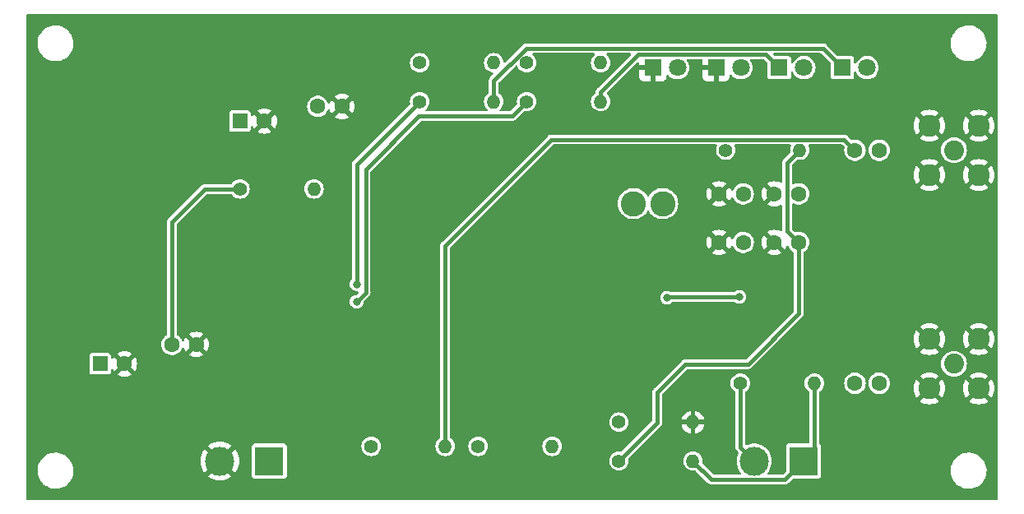
<source format=gbr>
%TF.GenerationSoftware,KiCad,Pcbnew,7.0.10*%
%TF.CreationDate,2024-05-18T19:18:12+08:00*%
%TF.ProjectId,pcb,7063622e-6b69-4636-9164-5f7063625858,rev?*%
%TF.SameCoordinates,Original*%
%TF.FileFunction,Copper,L2,Bot*%
%TF.FilePolarity,Positive*%
%FSLAX46Y46*%
G04 Gerber Fmt 4.6, Leading zero omitted, Abs format (unit mm)*
G04 Created by KiCad (PCBNEW 7.0.10) date 2024-05-18 19:18:12*
%MOMM*%
%LPD*%
G01*
G04 APERTURE LIST*
%TA.AperFunction,ComponentPad*%
%ADD10C,1.400000*%
%TD*%
%TA.AperFunction,ComponentPad*%
%ADD11O,1.400000X1.400000*%
%TD*%
%TA.AperFunction,ComponentPad*%
%ADD12R,1.800000X1.800000*%
%TD*%
%TA.AperFunction,ComponentPad*%
%ADD13C,1.800000*%
%TD*%
%TA.AperFunction,ComponentPad*%
%ADD14C,2.050000*%
%TD*%
%TA.AperFunction,ComponentPad*%
%ADD15C,2.250000*%
%TD*%
%TA.AperFunction,ComponentPad*%
%ADD16C,1.600000*%
%TD*%
%TA.AperFunction,ComponentPad*%
%ADD17C,2.600000*%
%TD*%
%TA.AperFunction,ComponentPad*%
%ADD18R,3.000000X3.000000*%
%TD*%
%TA.AperFunction,ComponentPad*%
%ADD19C,3.000000*%
%TD*%
%TA.AperFunction,ComponentPad*%
%ADD20R,1.600000X1.600000*%
%TD*%
%TA.AperFunction,ViaPad*%
%ADD21C,0.800000*%
%TD*%
%TA.AperFunction,Conductor*%
%ADD22C,0.400000*%
%TD*%
G04 APERTURE END LIST*
D10*
%TO.P,R2,1*%
%TO.N,/GNSS_PPS_B*%
X120500000Y-55000000D03*
D11*
%TO.P,R2,2*%
%TO.N,Net-(D3-A)*%
X128120000Y-55000000D03*
%TD*%
D10*
%TO.P,R3,1*%
%TO.N,Net-(C3-Pad2)*%
X152000000Y-64000000D03*
D11*
%TO.P,R3,2*%
%TO.N,/+3V3*%
X159620000Y-64000000D03*
%TD*%
D12*
%TO.P,D5,1,K*%
%TO.N,Net-(D5-K)*%
X157500000Y-55500000D03*
D13*
%TO.P,D5,2,A*%
%TO.N,/+3V3*%
X160040000Y-55500000D03*
%TD*%
D10*
%TO.P,R9,1*%
%TO.N,/+3V3*%
X141000000Y-96000000D03*
D11*
%TO.P,R9,2*%
%TO.N,/RS485_A*%
X148620000Y-96000000D03*
%TD*%
D10*
%TO.P,R4,1*%
%TO.N,/GNSS_RXD*%
X120500000Y-59000000D03*
D11*
%TO.P,R4,2*%
%TO.N,Net-(D4-K)*%
X128120000Y-59000000D03*
%TD*%
D12*
%TO.P,D1,1,K*%
%TO.N,GND*%
X151000000Y-55500000D03*
D13*
%TO.P,D1,2,A*%
%TO.N,Net-(D1-A)*%
X153540000Y-55500000D03*
%TD*%
D10*
%TO.P,R10,1*%
%TO.N,/RS485_B*%
X153500000Y-88000000D03*
D11*
%TO.P,R10,2*%
%TO.N,/RS485_A*%
X161120000Y-88000000D03*
%TD*%
D14*
%TO.P,J2,1,In*%
%TO.N,Net-(J2-In)*%
X175500000Y-64000000D03*
D15*
%TO.P,J2,2,Ext*%
%TO.N,GND*%
X172960000Y-61460000D03*
X172960000Y-66540000D03*
X178040000Y-61460000D03*
X178040000Y-66540000D03*
%TD*%
D16*
%TO.P,C8,1*%
%TO.N,Net-(C8-Pad1)*%
X165300000Y-64000000D03*
%TO.P,C8,2*%
%TO.N,Net-(J2-In)*%
X167800000Y-64000000D03*
%TD*%
D14*
%TO.P,J3,1,In*%
%TO.N,Net-(J2-In)*%
X175500000Y-86000000D03*
D15*
%TO.P,J3,2,Ext*%
%TO.N,GND*%
X172960000Y-83460000D03*
X172960000Y-88540000D03*
X178040000Y-83460000D03*
X178040000Y-88540000D03*
%TD*%
D17*
%TO.P,L1,1*%
%TO.N,Net-(C3-Pad2)*%
X142500000Y-69500000D03*
%TO.P,L1,2*%
%TO.N,Net-(J2-In)*%
X145500000Y-69500000D03*
%TD*%
D10*
%TO.P,R6,1*%
%TO.N,/GNSS_TXD*%
X131500000Y-59000000D03*
D11*
%TO.P,R6,2*%
%TO.N,Net-(D5-K)*%
X139120000Y-59000000D03*
%TD*%
D16*
%TO.P,C10,1*%
%TO.N,GND*%
X157000000Y-73500000D03*
%TO.P,C10,2*%
%TO.N,/+3V3*%
X159500000Y-73500000D03*
%TD*%
D10*
%TO.P,R5,1*%
%TO.N,/+3V3*%
X102000000Y-68000000D03*
D11*
%TO.P,R5,2*%
%TO.N,Net-(U2-RESET_N)*%
X109620000Y-68000000D03*
%TD*%
D18*
%TO.P,J1,1,Pin_1*%
%TO.N,Net-(D2-A)*%
X105000000Y-96000000D03*
D19*
%TO.P,J1,2,Pin_2*%
%TO.N,GND*%
X99920000Y-96000000D03*
%TD*%
D16*
%TO.P,C6,1*%
%TO.N,GND*%
X151300000Y-73500000D03*
%TO.P,C6,2*%
%TO.N,/+3V3*%
X153800000Y-73500000D03*
%TD*%
D12*
%TO.P,D3,1,K*%
%TO.N,GND*%
X144500000Y-55500000D03*
D13*
%TO.P,D3,2,A*%
%TO.N,Net-(D3-A)*%
X147040000Y-55500000D03*
%TD*%
D10*
%TO.P,R7,1*%
%TO.N,/GNSS_ANT_A*%
X115500000Y-94500000D03*
D11*
%TO.P,R7,2*%
%TO.N,Net-(C8-Pad1)*%
X123120000Y-94500000D03*
%TD*%
D10*
%TO.P,R8,1*%
%TO.N,/GNSS_ANT_B*%
X126500000Y-94500000D03*
D11*
%TO.P,R8,2*%
%TO.N,Net-(C9-Pad1)*%
X134120000Y-94500000D03*
%TD*%
D20*
%TO.P,C1,1*%
%TO.N,/Vin*%
X87600000Y-86000000D03*
D16*
%TO.P,C1,2*%
%TO.N,GND*%
X90100000Y-86000000D03*
%TD*%
D18*
%TO.P,J4,1,Pin_1*%
%TO.N,/RS485_A*%
X160000000Y-96000000D03*
D19*
%TO.P,J4,2,Pin_2*%
%TO.N,/RS485_B*%
X154920000Y-96000000D03*
%TD*%
D16*
%TO.P,C4,1*%
%TO.N,GND*%
X157000000Y-68500000D03*
%TO.P,C4,2*%
%TO.N,Net-(C3-Pad2)*%
X159500000Y-68500000D03*
%TD*%
%TO.P,C2,1*%
%TO.N,/+3V3*%
X95000000Y-84000000D03*
%TO.P,C2,2*%
%TO.N,GND*%
X97500000Y-84000000D03*
%TD*%
D10*
%TO.P,R11,1*%
%TO.N,/RS485_B*%
X141000000Y-92000000D03*
D11*
%TO.P,R11,2*%
%TO.N,GND*%
X148620000Y-92000000D03*
%TD*%
D20*
%TO.P,C7,1*%
%TO.N,/+3V3*%
X102000000Y-61000000D03*
D16*
%TO.P,C7,2*%
%TO.N,GND*%
X104500000Y-61000000D03*
%TD*%
D12*
%TO.P,D4,1,K*%
%TO.N,Net-(D4-K)*%
X164000000Y-55500000D03*
D13*
%TO.P,D4,2,A*%
%TO.N,/+3V3*%
X166540000Y-55500000D03*
%TD*%
D10*
%TO.P,R1,1*%
%TO.N,/GNSS_PPS_A*%
X131500000Y-55000000D03*
D11*
%TO.P,R1,2*%
%TO.N,Net-(D1-A)*%
X139120000Y-55000000D03*
%TD*%
D16*
%TO.P,C9,1*%
%TO.N,Net-(C9-Pad1)*%
X165300000Y-88000000D03*
%TO.P,C9,2*%
%TO.N,Net-(J2-In)*%
X167800000Y-88000000D03*
%TD*%
%TO.P,C5,1*%
%TO.N,/+3V3*%
X110000000Y-59500000D03*
%TO.P,C5,2*%
%TO.N,GND*%
X112500000Y-59500000D03*
%TD*%
%TO.P,C3,1*%
%TO.N,GND*%
X151300000Y-68500000D03*
%TO.P,C3,2*%
%TO.N,Net-(C3-Pad2)*%
X153800000Y-68500000D03*
%TD*%
D21*
%TO.N,GND*%
X117920000Y-81390000D03*
%TO.N,/GNSS_RXD*%
X114000000Y-77800000D03*
%TO.N,/GNSS_TXD*%
X114000000Y-79600000D03*
%TO.N,Net-(U4-RO)*%
X145960000Y-79190000D03*
X153390000Y-79110000D03*
%TD*%
D22*
%TO.N,/+3V3*%
X102000000Y-68000000D02*
X98370000Y-68000000D01*
X158300000Y-65320000D02*
X158300000Y-72300000D01*
X98370000Y-68000000D02*
X95000000Y-71370000D01*
X158300000Y-72300000D02*
X159500000Y-73500000D01*
X144960000Y-92040000D02*
X141000000Y-96000000D01*
X159620000Y-64000000D02*
X158300000Y-65320000D01*
X159500000Y-73500000D02*
X159500000Y-80830000D01*
X154300000Y-86030000D02*
X147840000Y-86030000D01*
X147840000Y-86030000D02*
X144960000Y-88910000D01*
X144960000Y-88910000D02*
X144960000Y-92040000D01*
X95000000Y-71370000D02*
X95000000Y-84000000D01*
X159500000Y-80830000D02*
X154300000Y-86030000D01*
%TO.N,Net-(C8-Pad1)*%
X165300000Y-64000000D02*
X164200000Y-62900000D01*
X134040000Y-62900000D02*
X123120000Y-73820000D01*
X164200000Y-62900000D02*
X134040000Y-62900000D01*
X123120000Y-73820000D02*
X123120000Y-94500000D01*
%TO.N,Net-(D4-K)*%
X162002000Y-53502000D02*
X131442365Y-53502000D01*
X128120000Y-56824365D02*
X128120000Y-59000000D01*
X164000000Y-55500000D02*
X162002000Y-53502000D01*
X131442365Y-53502000D02*
X128120000Y-56824365D01*
%TO.N,Net-(D5-K)*%
X143028051Y-54102000D02*
X156102000Y-54102000D01*
X139120000Y-59000000D02*
X139120000Y-58010051D01*
X139120000Y-58010051D02*
X143028051Y-54102000D01*
X156102000Y-54102000D02*
X157500000Y-55500000D01*
%TO.N,/RS485_A*%
X148620000Y-96000000D02*
X150520000Y-97900000D01*
X158100000Y-97900000D02*
X160000000Y-96000000D01*
X161120000Y-88000000D02*
X161120000Y-94880000D01*
X150520000Y-97900000D02*
X158100000Y-97900000D01*
%TO.N,/RS485_B*%
X153500000Y-88000000D02*
X153500000Y-94580000D01*
X153500000Y-94580000D02*
X154920000Y-96000000D01*
%TO.N,/GNSS_RXD*%
X114000000Y-65500000D02*
X120500000Y-59000000D01*
X114000000Y-77800000D02*
X114000000Y-65500000D01*
%TO.N,/GNSS_TXD*%
X120390000Y-60500000D02*
X130000000Y-60500000D01*
X114000000Y-79600000D02*
X114930000Y-78670000D01*
X114930000Y-65960000D02*
X120390000Y-60500000D01*
X130000000Y-60500000D02*
X131500000Y-59000000D01*
X114930000Y-78670000D02*
X114930000Y-65960000D01*
%TO.N,Net-(U4-RO)*%
X146040000Y-79110000D02*
X145960000Y-79190000D01*
X153390000Y-79110000D02*
X146040000Y-79110000D01*
%TD*%
%TA.AperFunction,Conductor*%
%TO.N,GND*%
G36*
X179942539Y-50020185D02*
G01*
X179988294Y-50072989D01*
X179999500Y-50124500D01*
X179999500Y-99875500D01*
X179979815Y-99942539D01*
X179927011Y-99988294D01*
X179875500Y-99999500D01*
X80124500Y-99999500D01*
X80057461Y-99979815D01*
X80011706Y-99927011D01*
X80000500Y-99875500D01*
X80000500Y-97067763D01*
X81145787Y-97067763D01*
X81175413Y-97337013D01*
X81175415Y-97337024D01*
X81238968Y-97580116D01*
X81243928Y-97599088D01*
X81349870Y-97848390D01*
X81445515Y-98005109D01*
X81490979Y-98079605D01*
X81490986Y-98079615D01*
X81664253Y-98287819D01*
X81664259Y-98287824D01*
X81794321Y-98404359D01*
X81865998Y-98468582D01*
X82091910Y-98618044D01*
X82337176Y-98733020D01*
X82337183Y-98733022D01*
X82337185Y-98733023D01*
X82596557Y-98811057D01*
X82596564Y-98811058D01*
X82596569Y-98811060D01*
X82864561Y-98850500D01*
X82864566Y-98850500D01*
X83067629Y-98850500D01*
X83067631Y-98850500D01*
X83067636Y-98850499D01*
X83067648Y-98850499D01*
X83105191Y-98847750D01*
X83270156Y-98835677D01*
X83382758Y-98810593D01*
X83534546Y-98776782D01*
X83534548Y-98776781D01*
X83534553Y-98776780D01*
X83787558Y-98680014D01*
X84023777Y-98547441D01*
X84238177Y-98381888D01*
X84426186Y-98186881D01*
X84583799Y-97966579D01*
X84657787Y-97822669D01*
X84707649Y-97725690D01*
X84707651Y-97725684D01*
X84707656Y-97725675D01*
X84795118Y-97469305D01*
X84844319Y-97202933D01*
X84854212Y-96932235D01*
X84824586Y-96662982D01*
X84756072Y-96400912D01*
X84650130Y-96151610D01*
X84557604Y-96000001D01*
X97914891Y-96000001D01*
X97935300Y-96285362D01*
X97996109Y-96564895D01*
X98096091Y-96832958D01*
X98233191Y-97084038D01*
X98233196Y-97084046D01*
X98339882Y-97226561D01*
X98339883Y-97226562D01*
X99235195Y-96331250D01*
X99257340Y-96382587D01*
X99363433Y-96525094D01*
X99499530Y-96639294D01*
X99589216Y-96684335D01*
X98693436Y-97580115D01*
X98835960Y-97686807D01*
X98835961Y-97686808D01*
X99087042Y-97823908D01*
X99087041Y-97823908D01*
X99355104Y-97923890D01*
X99634637Y-97984699D01*
X99919999Y-98005109D01*
X99920001Y-98005109D01*
X100205362Y-97984699D01*
X100484895Y-97923890D01*
X100752958Y-97823908D01*
X101004047Y-97686803D01*
X101146561Y-97580116D01*
X101146562Y-97580115D01*
X101111303Y-97544856D01*
X103199500Y-97544856D01*
X103199502Y-97544882D01*
X103202413Y-97569987D01*
X103202415Y-97569991D01*
X103247793Y-97672764D01*
X103247794Y-97672765D01*
X103327235Y-97752206D01*
X103430009Y-97797585D01*
X103455135Y-97800500D01*
X106544864Y-97800499D01*
X106544879Y-97800497D01*
X106544882Y-97800497D01*
X106569987Y-97797586D01*
X106569988Y-97797585D01*
X106569991Y-97797585D01*
X106672765Y-97752206D01*
X106752206Y-97672765D01*
X106797585Y-97569991D01*
X106800500Y-97544865D01*
X106800499Y-94500000D01*
X114494659Y-94500000D01*
X114513975Y-94696129D01*
X114571188Y-94884733D01*
X114664086Y-95058532D01*
X114664090Y-95058539D01*
X114789116Y-95210883D01*
X114941460Y-95335909D01*
X114941467Y-95335913D01*
X115115266Y-95428811D01*
X115115269Y-95428811D01*
X115115273Y-95428814D01*
X115303868Y-95486024D01*
X115500000Y-95505341D01*
X115696132Y-95486024D01*
X115884727Y-95428814D01*
X116058538Y-95335910D01*
X116210883Y-95210883D01*
X116335910Y-95058538D01*
X116428814Y-94884727D01*
X116486024Y-94696132D01*
X116505341Y-94500000D01*
X122114659Y-94500000D01*
X122133975Y-94696129D01*
X122191188Y-94884733D01*
X122284086Y-95058532D01*
X122284090Y-95058539D01*
X122409116Y-95210883D01*
X122561460Y-95335909D01*
X122561467Y-95335913D01*
X122735266Y-95428811D01*
X122735269Y-95428811D01*
X122735273Y-95428814D01*
X122923868Y-95486024D01*
X123120000Y-95505341D01*
X123316132Y-95486024D01*
X123504727Y-95428814D01*
X123678538Y-95335910D01*
X123830883Y-95210883D01*
X123955910Y-95058538D01*
X124048814Y-94884727D01*
X124106024Y-94696132D01*
X124125341Y-94500000D01*
X125494659Y-94500000D01*
X125513975Y-94696129D01*
X125571188Y-94884733D01*
X125664086Y-95058532D01*
X125664090Y-95058539D01*
X125789116Y-95210883D01*
X125941460Y-95335909D01*
X125941467Y-95335913D01*
X126115266Y-95428811D01*
X126115269Y-95428811D01*
X126115273Y-95428814D01*
X126303868Y-95486024D01*
X126500000Y-95505341D01*
X126696132Y-95486024D01*
X126884727Y-95428814D01*
X127058538Y-95335910D01*
X127210883Y-95210883D01*
X127335910Y-95058538D01*
X127428814Y-94884727D01*
X127486024Y-94696132D01*
X127505341Y-94500000D01*
X133114659Y-94500000D01*
X133133975Y-94696129D01*
X133191188Y-94884733D01*
X133284086Y-95058532D01*
X133284090Y-95058539D01*
X133409116Y-95210883D01*
X133561460Y-95335909D01*
X133561467Y-95335913D01*
X133735266Y-95428811D01*
X133735269Y-95428811D01*
X133735273Y-95428814D01*
X133923868Y-95486024D01*
X134120000Y-95505341D01*
X134316132Y-95486024D01*
X134504727Y-95428814D01*
X134678538Y-95335910D01*
X134830883Y-95210883D01*
X134955910Y-95058538D01*
X135048814Y-94884727D01*
X135106024Y-94696132D01*
X135125341Y-94500000D01*
X135106024Y-94303868D01*
X135048814Y-94115273D01*
X135048811Y-94115269D01*
X135048811Y-94115266D01*
X134955913Y-93941467D01*
X134955909Y-93941460D01*
X134830883Y-93789116D01*
X134678539Y-93664090D01*
X134678532Y-93664086D01*
X134504733Y-93571188D01*
X134504727Y-93571186D01*
X134316132Y-93513976D01*
X134316129Y-93513975D01*
X134120000Y-93494659D01*
X133923870Y-93513975D01*
X133735266Y-93571188D01*
X133561467Y-93664086D01*
X133561460Y-93664090D01*
X133409116Y-93789116D01*
X133284090Y-93941460D01*
X133284086Y-93941467D01*
X133191188Y-94115266D01*
X133133975Y-94303870D01*
X133114659Y-94500000D01*
X127505341Y-94500000D01*
X127486024Y-94303868D01*
X127428814Y-94115273D01*
X127428811Y-94115269D01*
X127428811Y-94115266D01*
X127335913Y-93941467D01*
X127335909Y-93941460D01*
X127210883Y-93789116D01*
X127058539Y-93664090D01*
X127058532Y-93664086D01*
X126884733Y-93571188D01*
X126884727Y-93571186D01*
X126696132Y-93513976D01*
X126696129Y-93513975D01*
X126500000Y-93494659D01*
X126303870Y-93513975D01*
X126115266Y-93571188D01*
X125941467Y-93664086D01*
X125941460Y-93664090D01*
X125789116Y-93789116D01*
X125664090Y-93941460D01*
X125664086Y-93941467D01*
X125571188Y-94115266D01*
X125513975Y-94303870D01*
X125494659Y-94500000D01*
X124125341Y-94500000D01*
X124106024Y-94303868D01*
X124048814Y-94115273D01*
X124048811Y-94115269D01*
X124048811Y-94115266D01*
X123955913Y-93941467D01*
X123955909Y-93941460D01*
X123830883Y-93789116D01*
X123678538Y-93664089D01*
X123675604Y-93662129D01*
X123674413Y-93660704D01*
X123673829Y-93660225D01*
X123673920Y-93660113D01*
X123630802Y-93608514D01*
X123620500Y-93559030D01*
X123620500Y-92000000D01*
X139994659Y-92000000D01*
X140013975Y-92196129D01*
X140013976Y-92196132D01*
X140071154Y-92384623D01*
X140071188Y-92384733D01*
X140164086Y-92558532D01*
X140164090Y-92558539D01*
X140289116Y-92710883D01*
X140441460Y-92835909D01*
X140441467Y-92835913D01*
X140615266Y-92928811D01*
X140615269Y-92928811D01*
X140615273Y-92928814D01*
X140803868Y-92986024D01*
X141000000Y-93005341D01*
X141196132Y-92986024D01*
X141384727Y-92928814D01*
X141558538Y-92835910D01*
X141710883Y-92710883D01*
X141835910Y-92558538D01*
X141928814Y-92384727D01*
X141986024Y-92196132D01*
X142005341Y-92000000D01*
X141986024Y-91803868D01*
X141928814Y-91615273D01*
X141928811Y-91615269D01*
X141928811Y-91615266D01*
X141835913Y-91441467D01*
X141835909Y-91441460D01*
X141710883Y-91289116D01*
X141558539Y-91164090D01*
X141558532Y-91164086D01*
X141384733Y-91071188D01*
X141384727Y-91071186D01*
X141196132Y-91013976D01*
X141196129Y-91013975D01*
X141000000Y-90994659D01*
X140803870Y-91013975D01*
X140615266Y-91071188D01*
X140441467Y-91164086D01*
X140441460Y-91164090D01*
X140289116Y-91289116D01*
X140164090Y-91441460D01*
X140164086Y-91441467D01*
X140071188Y-91615266D01*
X140013975Y-91803870D01*
X139994659Y-92000000D01*
X123620500Y-92000000D01*
X123620500Y-79190000D01*
X145254355Y-79190000D01*
X145274859Y-79358869D01*
X145274860Y-79358874D01*
X145335182Y-79517931D01*
X145391831Y-79600000D01*
X145431817Y-79657929D01*
X145468849Y-79690736D01*
X145559150Y-79770736D01*
X145709773Y-79849789D01*
X145709775Y-79849790D01*
X145874944Y-79890500D01*
X146045056Y-79890500D01*
X146210225Y-79849790D01*
X146289692Y-79808081D01*
X146360849Y-79770736D01*
X146360850Y-79770734D01*
X146360852Y-79770734D01*
X146488183Y-79657929D01*
X146488186Y-79657925D01*
X146493157Y-79652315D01*
X146495680Y-79654550D01*
X146538251Y-79620062D01*
X146586001Y-79610500D01*
X152851555Y-79610500D01*
X152918594Y-79630185D01*
X152933779Y-79641682D01*
X152989148Y-79690734D01*
X153139775Y-79769790D01*
X153304944Y-79810500D01*
X153475056Y-79810500D01*
X153640225Y-79769790D01*
X153719692Y-79728081D01*
X153790849Y-79690736D01*
X153790850Y-79690734D01*
X153790852Y-79690734D01*
X153918183Y-79577929D01*
X154014818Y-79437930D01*
X154075140Y-79278872D01*
X154095645Y-79110000D01*
X154075140Y-78941128D01*
X154074334Y-78939004D01*
X154014817Y-78782068D01*
X153966577Y-78712181D01*
X153918183Y-78642071D01*
X153790852Y-78529266D01*
X153790849Y-78529263D01*
X153640226Y-78450210D01*
X153475056Y-78409500D01*
X153304944Y-78409500D01*
X153139773Y-78450210D01*
X152989150Y-78529264D01*
X152933782Y-78578316D01*
X152870549Y-78608037D01*
X152851555Y-78609500D01*
X146391861Y-78609500D01*
X146334235Y-78595296D01*
X146210226Y-78530210D01*
X146045056Y-78489500D01*
X145874944Y-78489500D01*
X145709773Y-78530210D01*
X145559150Y-78609263D01*
X145431816Y-78722072D01*
X145335182Y-78862068D01*
X145274860Y-79021125D01*
X145274859Y-79021130D01*
X145254355Y-79190000D01*
X123620500Y-79190000D01*
X123620500Y-74078676D01*
X123640185Y-74011637D01*
X123656819Y-73990995D01*
X124147812Y-73500002D01*
X149995034Y-73500002D01*
X150014858Y-73726599D01*
X150014860Y-73726610D01*
X150073730Y-73946317D01*
X150073735Y-73946331D01*
X150169863Y-74152478D01*
X150220974Y-74225472D01*
X150902046Y-73544400D01*
X150914835Y-73625148D01*
X150972359Y-73738045D01*
X151061955Y-73827641D01*
X151174852Y-73885165D01*
X151255599Y-73897953D01*
X150574526Y-74579025D01*
X150647513Y-74630132D01*
X150647521Y-74630136D01*
X150853668Y-74726264D01*
X150853682Y-74726269D01*
X151073389Y-74785139D01*
X151073400Y-74785141D01*
X151299998Y-74804966D01*
X151300002Y-74804966D01*
X151526599Y-74785141D01*
X151526610Y-74785139D01*
X151746317Y-74726269D01*
X151746331Y-74726264D01*
X151952478Y-74630136D01*
X152025471Y-74579024D01*
X151344400Y-73897953D01*
X151425148Y-73885165D01*
X151538045Y-73827641D01*
X151627641Y-73738045D01*
X151685165Y-73625148D01*
X151697953Y-73544400D01*
X152379024Y-74225471D01*
X152430136Y-74152478D01*
X152526264Y-73946331D01*
X152526269Y-73946317D01*
X152534880Y-73914181D01*
X152571244Y-73854521D01*
X152634091Y-73823991D01*
X152703467Y-73832285D01*
X152757345Y-73876770D01*
X152766516Y-73894290D01*
X152766862Y-73894118D01*
X152860327Y-74081821D01*
X152983237Y-74244581D01*
X153133958Y-74381980D01*
X153133960Y-74381982D01*
X153233141Y-74443392D01*
X153307363Y-74489348D01*
X153497544Y-74563024D01*
X153698024Y-74600500D01*
X153698026Y-74600500D01*
X153901974Y-74600500D01*
X153901976Y-74600500D01*
X154102456Y-74563024D01*
X154292637Y-74489348D01*
X154466041Y-74381981D01*
X154616764Y-74244579D01*
X154739673Y-74081821D01*
X154830582Y-73899250D01*
X154886397Y-73703083D01*
X154905215Y-73500000D01*
X154899456Y-73437854D01*
X154886397Y-73296917D01*
X154876449Y-73261955D01*
X154830582Y-73100750D01*
X154739673Y-72918179D01*
X154680704Y-72840091D01*
X154616762Y-72755418D01*
X154466041Y-72618019D01*
X154466039Y-72618017D01*
X154292642Y-72510655D01*
X154292635Y-72510651D01*
X154197546Y-72473814D01*
X154102456Y-72436976D01*
X153901976Y-72399500D01*
X153698024Y-72399500D01*
X153497544Y-72436976D01*
X153497541Y-72436976D01*
X153497541Y-72436977D01*
X153307364Y-72510651D01*
X153307357Y-72510655D01*
X153133960Y-72618017D01*
X153133958Y-72618019D01*
X152983237Y-72755418D01*
X152860327Y-72918178D01*
X152766862Y-73105882D01*
X152765245Y-73105076D01*
X152727702Y-73153925D01*
X152661934Y-73177511D01*
X152593854Y-73161796D01*
X152545079Y-73111768D01*
X152534880Y-73085818D01*
X152526269Y-73053682D01*
X152526264Y-73053668D01*
X152430136Y-72847521D01*
X152430132Y-72847513D01*
X152379025Y-72774526D01*
X151697953Y-73455598D01*
X151685165Y-73374852D01*
X151627641Y-73261955D01*
X151538045Y-73172359D01*
X151425148Y-73114835D01*
X151344401Y-73102046D01*
X152025472Y-72420974D01*
X151952478Y-72369863D01*
X151746331Y-72273735D01*
X151746317Y-72273730D01*
X151526610Y-72214860D01*
X151526599Y-72214858D01*
X151300002Y-72195034D01*
X151299998Y-72195034D01*
X151073400Y-72214858D01*
X151073389Y-72214860D01*
X150853682Y-72273730D01*
X150853673Y-72273734D01*
X150647516Y-72369866D01*
X150647512Y-72369868D01*
X150574526Y-72420973D01*
X150574526Y-72420974D01*
X151255599Y-73102046D01*
X151174852Y-73114835D01*
X151061955Y-73172359D01*
X150972359Y-73261955D01*
X150914835Y-73374852D01*
X150902046Y-73455598D01*
X150220974Y-72774526D01*
X150220973Y-72774526D01*
X150169868Y-72847512D01*
X150169866Y-72847516D01*
X150073734Y-73053673D01*
X150073730Y-73053682D01*
X150014860Y-73273389D01*
X150014858Y-73273400D01*
X149995034Y-73499997D01*
X149995034Y-73500002D01*
X124147812Y-73500002D01*
X128147814Y-69500000D01*
X140894551Y-69500000D01*
X140914317Y-69751151D01*
X140973126Y-69996110D01*
X141069533Y-70228859D01*
X141201160Y-70443653D01*
X141201161Y-70443656D01*
X141201164Y-70443659D01*
X141364776Y-70635224D01*
X141513066Y-70761875D01*
X141556343Y-70798838D01*
X141556346Y-70798839D01*
X141771140Y-70930466D01*
X141909705Y-70987861D01*
X142003889Y-71026873D01*
X142248852Y-71085683D01*
X142500000Y-71105449D01*
X142751148Y-71085683D01*
X142996111Y-71026873D01*
X143228859Y-70930466D01*
X143443659Y-70798836D01*
X143635224Y-70635224D01*
X143798836Y-70443659D01*
X143894273Y-70287921D01*
X143946085Y-70241046D01*
X144015014Y-70229623D01*
X144079177Y-70257280D01*
X144105727Y-70287921D01*
X144201160Y-70443653D01*
X144201161Y-70443656D01*
X144201164Y-70443659D01*
X144364776Y-70635224D01*
X144513066Y-70761875D01*
X144556343Y-70798838D01*
X144556346Y-70798839D01*
X144771140Y-70930466D01*
X144909705Y-70987861D01*
X145003889Y-71026873D01*
X145248852Y-71085683D01*
X145500000Y-71105449D01*
X145751148Y-71085683D01*
X145996111Y-71026873D01*
X146228859Y-70930466D01*
X146443659Y-70798836D01*
X146635224Y-70635224D01*
X146798836Y-70443659D01*
X146930466Y-70228859D01*
X147026873Y-69996111D01*
X147085683Y-69751148D01*
X147105449Y-69500000D01*
X147085683Y-69248852D01*
X147026873Y-69003889D01*
X146983841Y-68900000D01*
X146930466Y-68771140D01*
X146798839Y-68556346D01*
X146798838Y-68556343D01*
X146750718Y-68500002D01*
X149995034Y-68500002D01*
X150014858Y-68726599D01*
X150014860Y-68726610D01*
X150073730Y-68946317D01*
X150073735Y-68946331D01*
X150169863Y-69152478D01*
X150220974Y-69225472D01*
X150902046Y-68544400D01*
X150914835Y-68625148D01*
X150972359Y-68738045D01*
X151061955Y-68827641D01*
X151174852Y-68885165D01*
X151255599Y-68897953D01*
X150574526Y-69579025D01*
X150647513Y-69630132D01*
X150647521Y-69630136D01*
X150853668Y-69726264D01*
X150853682Y-69726269D01*
X151073389Y-69785139D01*
X151073400Y-69785141D01*
X151299998Y-69804966D01*
X151300002Y-69804966D01*
X151526599Y-69785141D01*
X151526610Y-69785139D01*
X151746317Y-69726269D01*
X151746331Y-69726264D01*
X151952478Y-69630136D01*
X152025471Y-69579024D01*
X151344400Y-68897953D01*
X151425148Y-68885165D01*
X151538045Y-68827641D01*
X151627641Y-68738045D01*
X151685165Y-68625148D01*
X151697953Y-68544400D01*
X152379024Y-69225471D01*
X152430136Y-69152478D01*
X152526264Y-68946331D01*
X152526269Y-68946317D01*
X152534880Y-68914181D01*
X152571244Y-68854521D01*
X152634091Y-68823991D01*
X152703467Y-68832285D01*
X152757345Y-68876770D01*
X152766516Y-68894290D01*
X152766862Y-68894118D01*
X152860327Y-69081821D01*
X152983237Y-69244581D01*
X153133958Y-69381980D01*
X153133960Y-69381982D01*
X153233141Y-69443392D01*
X153307363Y-69489348D01*
X153497544Y-69563024D01*
X153698024Y-69600500D01*
X153698026Y-69600500D01*
X153901974Y-69600500D01*
X153901976Y-69600500D01*
X154102456Y-69563024D01*
X154292637Y-69489348D01*
X154466041Y-69381981D01*
X154616764Y-69244579D01*
X154739673Y-69081821D01*
X154830582Y-68899250D01*
X154886397Y-68703083D01*
X154905215Y-68500000D01*
X154886397Y-68296917D01*
X154830582Y-68100750D01*
X154825352Y-68090247D01*
X154776612Y-67992363D01*
X154739673Y-67918179D01*
X154653351Y-67803870D01*
X154616762Y-67755418D01*
X154466041Y-67618019D01*
X154466039Y-67618017D01*
X154292642Y-67510655D01*
X154292635Y-67510651D01*
X154126191Y-67446171D01*
X154102456Y-67436976D01*
X153901976Y-67399500D01*
X153698024Y-67399500D01*
X153497544Y-67436976D01*
X153497541Y-67436976D01*
X153497541Y-67436977D01*
X153307364Y-67510651D01*
X153307357Y-67510655D01*
X153133960Y-67618017D01*
X153133958Y-67618019D01*
X152983237Y-67755418D01*
X152860327Y-67918178D01*
X152766862Y-68105882D01*
X152765245Y-68105076D01*
X152727702Y-68153925D01*
X152661934Y-68177511D01*
X152593854Y-68161796D01*
X152545079Y-68111768D01*
X152534880Y-68085818D01*
X152526269Y-68053682D01*
X152526264Y-68053668D01*
X152430136Y-67847521D01*
X152430132Y-67847513D01*
X152379025Y-67774526D01*
X151697953Y-68455598D01*
X151685165Y-68374852D01*
X151627641Y-68261955D01*
X151538045Y-68172359D01*
X151425148Y-68114835D01*
X151344401Y-68102046D01*
X152025472Y-67420974D01*
X151952478Y-67369863D01*
X151746331Y-67273735D01*
X151746317Y-67273730D01*
X151526610Y-67214860D01*
X151526599Y-67214858D01*
X151300002Y-67195034D01*
X151299998Y-67195034D01*
X151073400Y-67214858D01*
X151073389Y-67214860D01*
X150853682Y-67273730D01*
X150853673Y-67273734D01*
X150647516Y-67369866D01*
X150647512Y-67369868D01*
X150574526Y-67420973D01*
X150574526Y-67420974D01*
X151255599Y-68102046D01*
X151174852Y-68114835D01*
X151061955Y-68172359D01*
X150972359Y-68261955D01*
X150914835Y-68374852D01*
X150902046Y-68455598D01*
X150220974Y-67774526D01*
X150220973Y-67774526D01*
X150169868Y-67847512D01*
X150169866Y-67847516D01*
X150073734Y-68053673D01*
X150073730Y-68053682D01*
X150014860Y-68273389D01*
X150014858Y-68273400D01*
X149995034Y-68499997D01*
X149995034Y-68500002D01*
X146750718Y-68500002D01*
X146750714Y-68499997D01*
X146635224Y-68364776D01*
X146508571Y-68256604D01*
X146443656Y-68201161D01*
X146443653Y-68201160D01*
X146228859Y-68069533D01*
X145996110Y-67973126D01*
X145751151Y-67914317D01*
X145500000Y-67894551D01*
X145248848Y-67914317D01*
X145003889Y-67973126D01*
X144771140Y-68069533D01*
X144556346Y-68201160D01*
X144556343Y-68201161D01*
X144364776Y-68364776D01*
X144201161Y-68556343D01*
X144201160Y-68556346D01*
X144105727Y-68712078D01*
X144053915Y-68758953D01*
X143984985Y-68770376D01*
X143920823Y-68742718D01*
X143894273Y-68712078D01*
X143798839Y-68556346D01*
X143798838Y-68556343D01*
X143750714Y-68499997D01*
X143635224Y-68364776D01*
X143508571Y-68256604D01*
X143443656Y-68201161D01*
X143443653Y-68201160D01*
X143228859Y-68069533D01*
X142996110Y-67973126D01*
X142751151Y-67914317D01*
X142500000Y-67894551D01*
X142248848Y-67914317D01*
X142003889Y-67973126D01*
X141771140Y-68069533D01*
X141556346Y-68201160D01*
X141556343Y-68201161D01*
X141364776Y-68364776D01*
X141201161Y-68556343D01*
X141201160Y-68556346D01*
X141069533Y-68771140D01*
X140973126Y-69003889D01*
X140914317Y-69248848D01*
X140894551Y-69500000D01*
X128147814Y-69500000D01*
X134210995Y-63436819D01*
X134272318Y-63403334D01*
X134298676Y-63400500D01*
X150979103Y-63400500D01*
X151046142Y-63420185D01*
X151091897Y-63472989D01*
X151101841Y-63542147D01*
X151088461Y-63582954D01*
X151071187Y-63615269D01*
X151013975Y-63803870D01*
X150994659Y-64000000D01*
X151013975Y-64196129D01*
X151071188Y-64384733D01*
X151164086Y-64558532D01*
X151164090Y-64558539D01*
X151289116Y-64710883D01*
X151441460Y-64835909D01*
X151441467Y-64835913D01*
X151615266Y-64928811D01*
X151615269Y-64928811D01*
X151615273Y-64928814D01*
X151803868Y-64986024D01*
X152000000Y-65005341D01*
X152196132Y-64986024D01*
X152384727Y-64928814D01*
X152386172Y-64928042D01*
X152558532Y-64835913D01*
X152558538Y-64835910D01*
X152710883Y-64710883D01*
X152835910Y-64558538D01*
X152928814Y-64384727D01*
X152986024Y-64196132D01*
X153005341Y-64000000D01*
X152986024Y-63803868D01*
X152928814Y-63615273D01*
X152911538Y-63582953D01*
X152897297Y-63514551D01*
X152922297Y-63449307D01*
X152978602Y-63407936D01*
X153020897Y-63400500D01*
X158599103Y-63400500D01*
X158666142Y-63420185D01*
X158711897Y-63472989D01*
X158721841Y-63542147D01*
X158708461Y-63582954D01*
X158691187Y-63615269D01*
X158633975Y-63803870D01*
X158614659Y-64000000D01*
X158633976Y-64196133D01*
X158634664Y-64199593D01*
X158634498Y-64201439D01*
X158634573Y-64202194D01*
X158634429Y-64202208D01*
X158628432Y-64269184D01*
X158600726Y-64311458D01*
X157993568Y-64918616D01*
X157972938Y-64935243D01*
X157968876Y-64937854D01*
X157968867Y-64937861D01*
X157936353Y-64975384D01*
X157930329Y-64981854D01*
X157920780Y-64991403D01*
X157912678Y-65002226D01*
X157907132Y-65009108D01*
X157874624Y-65046625D01*
X157874617Y-65046636D01*
X157872615Y-65051020D01*
X157859100Y-65073799D01*
X157856206Y-65077664D01*
X157856200Y-65077675D01*
X157838851Y-65124191D01*
X157835466Y-65132365D01*
X157814835Y-65177543D01*
X157814833Y-65177550D01*
X157814146Y-65182327D01*
X157807598Y-65207986D01*
X157805910Y-65212513D01*
X157805909Y-65212516D01*
X157802365Y-65262054D01*
X157801420Y-65270845D01*
X157799500Y-65284200D01*
X157799500Y-65297690D01*
X157799184Y-65306537D01*
X157795641Y-65356069D01*
X157795641Y-65356073D01*
X157796666Y-65360785D01*
X157799500Y-65387143D01*
X157799500Y-67243780D01*
X157779815Y-67310819D01*
X157727011Y-67356574D01*
X157657853Y-67366518D01*
X157623096Y-67356162D01*
X157446331Y-67273735D01*
X157446317Y-67273730D01*
X157226610Y-67214860D01*
X157226599Y-67214858D01*
X157000002Y-67195034D01*
X156999998Y-67195034D01*
X156773400Y-67214858D01*
X156773389Y-67214860D01*
X156553682Y-67273730D01*
X156553673Y-67273734D01*
X156347516Y-67369866D01*
X156347512Y-67369868D01*
X156274526Y-67420973D01*
X156274526Y-67420974D01*
X156955599Y-68102046D01*
X156874852Y-68114835D01*
X156761955Y-68172359D01*
X156672359Y-68261955D01*
X156614835Y-68374852D01*
X156602046Y-68455598D01*
X155920974Y-67774526D01*
X155920973Y-67774526D01*
X155869868Y-67847512D01*
X155869866Y-67847516D01*
X155773734Y-68053673D01*
X155773730Y-68053682D01*
X155714860Y-68273389D01*
X155714858Y-68273400D01*
X155695034Y-68499997D01*
X155695034Y-68500002D01*
X155714858Y-68726599D01*
X155714860Y-68726610D01*
X155773730Y-68946317D01*
X155773735Y-68946331D01*
X155869863Y-69152478D01*
X155920974Y-69225472D01*
X156602046Y-68544400D01*
X156614835Y-68625148D01*
X156672359Y-68738045D01*
X156761955Y-68827641D01*
X156874852Y-68885165D01*
X156955597Y-68897953D01*
X156274526Y-69579025D01*
X156347513Y-69630132D01*
X156347521Y-69630136D01*
X156553668Y-69726264D01*
X156553682Y-69726269D01*
X156773389Y-69785139D01*
X156773400Y-69785141D01*
X156999998Y-69804966D01*
X157000002Y-69804966D01*
X157226599Y-69785141D01*
X157226610Y-69785139D01*
X157446317Y-69726269D01*
X157446326Y-69726266D01*
X157623095Y-69643837D01*
X157692172Y-69633345D01*
X157755956Y-69661865D01*
X157794196Y-69720341D01*
X157799500Y-69756219D01*
X157799500Y-72232858D01*
X157796664Y-72259221D01*
X157795641Y-72263927D01*
X157794506Y-72269143D01*
X157761016Y-72330463D01*
X157699690Y-72363943D01*
X157629998Y-72358952D01*
X157620937Y-72355156D01*
X157446326Y-72273734D01*
X157446317Y-72273730D01*
X157226610Y-72214860D01*
X157226599Y-72214858D01*
X157000002Y-72195034D01*
X156999998Y-72195034D01*
X156773400Y-72214858D01*
X156773389Y-72214860D01*
X156553682Y-72273730D01*
X156553673Y-72273734D01*
X156347516Y-72369866D01*
X156347512Y-72369868D01*
X156274526Y-72420973D01*
X156274526Y-72420974D01*
X156955599Y-73102046D01*
X156874852Y-73114835D01*
X156761955Y-73172359D01*
X156672359Y-73261955D01*
X156614835Y-73374852D01*
X156602046Y-73455598D01*
X155920974Y-72774526D01*
X155920973Y-72774526D01*
X155869868Y-72847512D01*
X155869866Y-72847516D01*
X155773734Y-73053673D01*
X155773730Y-73053682D01*
X155714860Y-73273389D01*
X155714858Y-73273400D01*
X155695034Y-73499997D01*
X155695034Y-73500002D01*
X155714858Y-73726599D01*
X155714860Y-73726610D01*
X155773730Y-73946317D01*
X155773735Y-73946331D01*
X155869863Y-74152478D01*
X155920974Y-74225472D01*
X156602046Y-73544400D01*
X156614835Y-73625148D01*
X156672359Y-73738045D01*
X156761955Y-73827641D01*
X156874852Y-73885165D01*
X156955599Y-73897953D01*
X156274526Y-74579025D01*
X156347513Y-74630132D01*
X156347521Y-74630136D01*
X156553668Y-74726264D01*
X156553682Y-74726269D01*
X156773389Y-74785139D01*
X156773400Y-74785141D01*
X156999998Y-74804966D01*
X157000002Y-74804966D01*
X157226599Y-74785141D01*
X157226610Y-74785139D01*
X157446317Y-74726269D01*
X157446331Y-74726264D01*
X157652478Y-74630136D01*
X157725471Y-74579024D01*
X157044400Y-73897953D01*
X157125148Y-73885165D01*
X157238045Y-73827641D01*
X157327641Y-73738045D01*
X157385165Y-73625148D01*
X157397953Y-73544400D01*
X158079024Y-74225471D01*
X158130136Y-74152478D01*
X158226264Y-73946331D01*
X158226269Y-73946317D01*
X158234880Y-73914181D01*
X158271244Y-73854521D01*
X158334091Y-73823991D01*
X158403467Y-73832285D01*
X158457345Y-73876770D01*
X158466516Y-73894290D01*
X158466862Y-73894118D01*
X158560327Y-74081821D01*
X158683237Y-74244581D01*
X158833955Y-74381978D01*
X158833957Y-74381979D01*
X158833959Y-74381981D01*
X158940779Y-74448121D01*
X158987413Y-74500146D01*
X158999500Y-74553546D01*
X158999500Y-80571324D01*
X158979815Y-80638363D01*
X158963181Y-80659005D01*
X154129005Y-85493181D01*
X154067682Y-85526666D01*
X154041324Y-85529500D01*
X147907143Y-85529500D01*
X147880785Y-85526666D01*
X147876074Y-85525641D01*
X147876070Y-85525641D01*
X147826539Y-85529184D01*
X147817692Y-85529500D01*
X147804200Y-85529500D01*
X147798063Y-85530382D01*
X147790840Y-85531420D01*
X147782054Y-85532365D01*
X147732516Y-85535909D01*
X147732513Y-85535910D01*
X147727986Y-85537598D01*
X147702327Y-85544146D01*
X147697550Y-85544833D01*
X147697543Y-85544835D01*
X147652365Y-85565466D01*
X147644191Y-85568851D01*
X147597675Y-85586200D01*
X147597664Y-85586206D01*
X147593799Y-85589100D01*
X147571020Y-85602615D01*
X147566636Y-85604617D01*
X147566625Y-85604624D01*
X147529108Y-85637132D01*
X147522226Y-85642678D01*
X147511403Y-85650780D01*
X147501854Y-85660329D01*
X147495384Y-85666353D01*
X147457861Y-85698867D01*
X147457854Y-85698876D01*
X147455243Y-85702938D01*
X147438616Y-85723568D01*
X144653568Y-88508616D01*
X144632938Y-88525243D01*
X144628876Y-88527854D01*
X144628867Y-88527861D01*
X144596353Y-88565384D01*
X144590329Y-88571854D01*
X144580780Y-88581403D01*
X144572678Y-88592226D01*
X144567132Y-88599108D01*
X144534624Y-88636625D01*
X144534617Y-88636636D01*
X144532615Y-88641020D01*
X144519100Y-88663799D01*
X144516206Y-88667664D01*
X144516200Y-88667675D01*
X144498851Y-88714191D01*
X144495466Y-88722365D01*
X144474835Y-88767543D01*
X144474833Y-88767550D01*
X144474146Y-88772327D01*
X144467598Y-88797986D01*
X144465910Y-88802513D01*
X144465909Y-88802516D01*
X144462365Y-88852054D01*
X144461420Y-88860845D01*
X144459500Y-88874200D01*
X144459500Y-88887690D01*
X144459184Y-88896537D01*
X144455641Y-88946069D01*
X144455641Y-88946073D01*
X144456666Y-88950785D01*
X144459500Y-88977143D01*
X144459500Y-91781323D01*
X144439815Y-91848362D01*
X144423181Y-91869004D01*
X141311458Y-94980726D01*
X141250135Y-95014211D01*
X141199593Y-95014664D01*
X141196133Y-95013976D01*
X141000000Y-94994659D01*
X140803870Y-95013975D01*
X140615266Y-95071188D01*
X140441467Y-95164086D01*
X140441460Y-95164090D01*
X140289116Y-95289116D01*
X140164090Y-95441460D01*
X140164086Y-95441467D01*
X140071188Y-95615266D01*
X140013975Y-95803870D01*
X139994659Y-96000000D01*
X140013975Y-96196129D01*
X140013976Y-96196132D01*
X140061729Y-96353553D01*
X140071188Y-96384733D01*
X140164086Y-96558532D01*
X140164090Y-96558539D01*
X140289116Y-96710883D01*
X140441460Y-96835909D01*
X140441467Y-96835913D01*
X140615266Y-96928811D01*
X140615269Y-96928811D01*
X140615273Y-96928814D01*
X140803868Y-96986024D01*
X141000000Y-97005341D01*
X141196132Y-96986024D01*
X141384727Y-96928814D01*
X141558538Y-96835910D01*
X141710883Y-96710883D01*
X141835910Y-96558538D01*
X141928814Y-96384727D01*
X141986024Y-96196132D01*
X142005341Y-96000000D01*
X147614659Y-96000000D01*
X147633975Y-96196129D01*
X147633976Y-96196132D01*
X147681729Y-96353553D01*
X147691188Y-96384733D01*
X147784086Y-96558532D01*
X147784090Y-96558539D01*
X147909116Y-96710883D01*
X148061460Y-96835909D01*
X148061467Y-96835913D01*
X148235266Y-96928811D01*
X148235269Y-96928811D01*
X148235273Y-96928814D01*
X148423868Y-96986024D01*
X148620000Y-97005341D01*
X148816132Y-96986024D01*
X148819581Y-96985338D01*
X148821424Y-96985502D01*
X148822195Y-96985427D01*
X148822209Y-96985573D01*
X148889173Y-96991562D01*
X148931459Y-97019273D01*
X150118614Y-98206428D01*
X150135246Y-98227066D01*
X150137854Y-98231125D01*
X150137857Y-98231128D01*
X150175400Y-98263658D01*
X150181861Y-98269675D01*
X150191407Y-98279221D01*
X150191413Y-98279226D01*
X150191416Y-98279228D01*
X150202207Y-98287306D01*
X150209100Y-98292860D01*
X150246627Y-98325377D01*
X150251010Y-98327379D01*
X150273807Y-98340905D01*
X150277669Y-98343796D01*
X150324212Y-98361155D01*
X150332360Y-98364530D01*
X150359673Y-98377004D01*
X150377540Y-98385164D01*
X150377541Y-98385164D01*
X150377543Y-98385165D01*
X150382312Y-98385850D01*
X150408002Y-98392407D01*
X150412517Y-98394091D01*
X150462049Y-98397633D01*
X150470843Y-98398579D01*
X150484201Y-98400500D01*
X150497692Y-98400500D01*
X150506538Y-98400815D01*
X150556073Y-98404359D01*
X150560785Y-98403334D01*
X150587143Y-98400500D01*
X158032857Y-98400500D01*
X158059215Y-98403334D01*
X158063927Y-98404359D01*
X158113461Y-98400815D01*
X158122308Y-98400500D01*
X158135799Y-98400500D01*
X158149156Y-98398579D01*
X158157951Y-98397633D01*
X158207483Y-98394091D01*
X158211992Y-98392408D01*
X158237685Y-98385850D01*
X158242457Y-98385165D01*
X158287637Y-98364530D01*
X158295801Y-98361149D01*
X158342331Y-98343796D01*
X158346189Y-98340907D01*
X158368995Y-98327375D01*
X158373373Y-98325377D01*
X158410899Y-98292859D01*
X158417778Y-98287316D01*
X158428593Y-98279221D01*
X158438155Y-98269658D01*
X158444617Y-98263643D01*
X158482143Y-98231128D01*
X158484751Y-98227068D01*
X158501381Y-98206431D01*
X158870995Y-97836818D01*
X158932318Y-97803333D01*
X158958676Y-97800499D01*
X161544856Y-97800499D01*
X161544864Y-97800499D01*
X161544879Y-97800497D01*
X161544882Y-97800497D01*
X161569987Y-97797586D01*
X161569988Y-97797585D01*
X161569991Y-97797585D01*
X161672765Y-97752206D01*
X161752206Y-97672765D01*
X161797585Y-97569991D01*
X161800500Y-97544865D01*
X161800500Y-97067763D01*
X175145787Y-97067763D01*
X175175413Y-97337013D01*
X175175415Y-97337024D01*
X175238968Y-97580116D01*
X175243928Y-97599088D01*
X175349870Y-97848390D01*
X175445515Y-98005109D01*
X175490979Y-98079605D01*
X175490986Y-98079615D01*
X175664253Y-98287819D01*
X175664259Y-98287824D01*
X175794321Y-98404359D01*
X175865998Y-98468582D01*
X176091910Y-98618044D01*
X176337176Y-98733020D01*
X176337183Y-98733022D01*
X176337185Y-98733023D01*
X176596557Y-98811057D01*
X176596564Y-98811058D01*
X176596569Y-98811060D01*
X176864561Y-98850500D01*
X176864566Y-98850500D01*
X177067629Y-98850500D01*
X177067631Y-98850500D01*
X177067636Y-98850499D01*
X177067648Y-98850499D01*
X177105191Y-98847750D01*
X177270156Y-98835677D01*
X177382758Y-98810593D01*
X177534546Y-98776782D01*
X177534548Y-98776781D01*
X177534553Y-98776780D01*
X177787558Y-98680014D01*
X178023777Y-98547441D01*
X178238177Y-98381888D01*
X178426186Y-98186881D01*
X178583799Y-97966579D01*
X178657787Y-97822669D01*
X178707649Y-97725690D01*
X178707651Y-97725684D01*
X178707656Y-97725675D01*
X178795118Y-97469305D01*
X178844319Y-97202933D01*
X178854212Y-96932235D01*
X178824586Y-96662982D01*
X178756072Y-96400912D01*
X178650130Y-96151610D01*
X178509018Y-95920390D01*
X178419747Y-95813119D01*
X178335746Y-95712180D01*
X178335740Y-95712175D01*
X178134002Y-95531418D01*
X177908092Y-95381957D01*
X177908090Y-95381956D01*
X177662824Y-95266980D01*
X177662819Y-95266978D01*
X177662814Y-95266976D01*
X177403442Y-95188942D01*
X177403428Y-95188939D01*
X177287791Y-95171921D01*
X177135439Y-95149500D01*
X176932369Y-95149500D01*
X176932351Y-95149500D01*
X176729844Y-95164323D01*
X176729831Y-95164325D01*
X176465453Y-95223217D01*
X176465446Y-95223220D01*
X176212439Y-95319987D01*
X175976226Y-95452557D01*
X175976224Y-95452558D01*
X175976223Y-95452559D01*
X175932884Y-95486024D01*
X175761822Y-95618112D01*
X175573822Y-95813109D01*
X175573816Y-95813116D01*
X175416202Y-96033419D01*
X175416199Y-96033424D01*
X175292350Y-96274309D01*
X175292343Y-96274327D01*
X175204884Y-96530685D01*
X175204882Y-96530695D01*
X175158206Y-96783400D01*
X175155681Y-96797068D01*
X175155680Y-96797075D01*
X175145787Y-97067763D01*
X161800500Y-97067763D01*
X161800499Y-94455136D01*
X161800497Y-94455117D01*
X161797586Y-94430012D01*
X161797585Y-94430010D01*
X161797585Y-94430009D01*
X161752206Y-94327235D01*
X161672765Y-94247794D01*
X161672764Y-94247793D01*
X161664640Y-94239669D01*
X161665863Y-94238445D01*
X161630237Y-94194795D01*
X161620500Y-94146629D01*
X161620500Y-88940969D01*
X161640185Y-88873930D01*
X161675613Y-88837864D01*
X161678528Y-88835915D01*
X161678538Y-88835910D01*
X161830883Y-88710883D01*
X161955910Y-88558538D01*
X162048814Y-88384727D01*
X162106024Y-88196132D01*
X162125341Y-88000000D01*
X164194785Y-88000000D01*
X164213602Y-88203082D01*
X164269417Y-88399247D01*
X164269422Y-88399260D01*
X164360327Y-88581821D01*
X164483237Y-88744581D01*
X164633958Y-88881980D01*
X164633960Y-88881982D01*
X164728463Y-88940495D01*
X164807363Y-88989348D01*
X164997544Y-89063024D01*
X165198024Y-89100500D01*
X165198026Y-89100500D01*
X165401974Y-89100500D01*
X165401976Y-89100500D01*
X165602456Y-89063024D01*
X165792637Y-88989348D01*
X165966041Y-88881981D01*
X166116764Y-88744579D01*
X166239673Y-88581821D01*
X166330582Y-88399250D01*
X166386397Y-88203083D01*
X166405215Y-88000000D01*
X166694785Y-88000000D01*
X166713602Y-88203082D01*
X166769417Y-88399247D01*
X166769422Y-88399260D01*
X166860327Y-88581821D01*
X166983237Y-88744581D01*
X167133958Y-88881980D01*
X167133960Y-88881982D01*
X167228463Y-88940495D01*
X167307363Y-88989348D01*
X167497544Y-89063024D01*
X167698024Y-89100500D01*
X167698026Y-89100500D01*
X167901974Y-89100500D01*
X167901976Y-89100500D01*
X168102456Y-89063024D01*
X168292637Y-88989348D01*
X168466041Y-88881981D01*
X168616764Y-88744579D01*
X168739673Y-88581821D01*
X168760497Y-88540000D01*
X171329975Y-88540000D01*
X171350042Y-88794989D01*
X171409752Y-89043702D01*
X171507634Y-89280012D01*
X171507636Y-89280015D01*
X171641277Y-89498098D01*
X171641284Y-89498107D01*
X171644533Y-89501912D01*
X172208766Y-88937678D01*
X172252316Y-89019822D01*
X172372009Y-89160735D01*
X172519195Y-89272623D01*
X172561402Y-89292150D01*
X171998087Y-89855465D01*
X172001897Y-89858719D01*
X172219984Y-89992363D01*
X172219987Y-89992365D01*
X172456297Y-90090247D01*
X172705011Y-90149957D01*
X172705010Y-90149957D01*
X172960000Y-90170024D01*
X173214989Y-90149957D01*
X173463702Y-90090247D01*
X173700012Y-89992365D01*
X173700015Y-89992363D01*
X173918095Y-89858724D01*
X173918110Y-89858713D01*
X173921911Y-89855466D01*
X173921911Y-89855464D01*
X173358609Y-89292161D01*
X173477431Y-89220669D01*
X173611658Y-89093523D01*
X173714861Y-88941308D01*
X174275464Y-89501911D01*
X174275466Y-89501911D01*
X174278713Y-89498110D01*
X174278724Y-89498095D01*
X174412363Y-89280015D01*
X174412365Y-89280012D01*
X174510247Y-89043702D01*
X174569957Y-88794989D01*
X174590024Y-88540000D01*
X176409975Y-88540000D01*
X176430042Y-88794989D01*
X176489752Y-89043702D01*
X176587634Y-89280012D01*
X176587636Y-89280015D01*
X176721277Y-89498098D01*
X176721284Y-89498107D01*
X176724533Y-89501912D01*
X177288766Y-88937678D01*
X177332316Y-89019822D01*
X177452009Y-89160735D01*
X177599195Y-89272623D01*
X177641402Y-89292150D01*
X177078087Y-89855465D01*
X177081897Y-89858719D01*
X177299984Y-89992363D01*
X177299987Y-89992365D01*
X177536297Y-90090247D01*
X177785011Y-90149957D01*
X177785010Y-90149957D01*
X178040000Y-90170024D01*
X178294989Y-90149957D01*
X178543702Y-90090247D01*
X178780012Y-89992365D01*
X178780015Y-89992363D01*
X178998095Y-89858724D01*
X178998110Y-89858713D01*
X179001911Y-89855466D01*
X179001911Y-89855464D01*
X178438609Y-89292161D01*
X178557431Y-89220669D01*
X178691658Y-89093523D01*
X178794861Y-88941308D01*
X179355464Y-89501911D01*
X179355466Y-89501911D01*
X179358713Y-89498110D01*
X179358724Y-89498095D01*
X179492363Y-89280015D01*
X179492365Y-89280012D01*
X179590247Y-89043702D01*
X179649957Y-88794989D01*
X179670024Y-88540000D01*
X179649957Y-88285010D01*
X179590247Y-88036297D01*
X179492365Y-87799987D01*
X179492363Y-87799984D01*
X179358719Y-87581897D01*
X179355465Y-87578087D01*
X178791232Y-88142319D01*
X178747684Y-88060178D01*
X178627991Y-87919265D01*
X178480805Y-87807377D01*
X178438596Y-87787849D01*
X179001912Y-87224533D01*
X178998107Y-87221284D01*
X178998098Y-87221277D01*
X178780015Y-87087636D01*
X178780012Y-87087634D01*
X178543702Y-86989752D01*
X178294988Y-86930042D01*
X178294989Y-86930042D01*
X178040000Y-86909975D01*
X177785010Y-86930042D01*
X177536297Y-86989752D01*
X177299987Y-87087634D01*
X177299984Y-87087636D01*
X177081893Y-87221282D01*
X177078086Y-87224532D01*
X177641391Y-87787837D01*
X177522569Y-87859331D01*
X177388342Y-87986477D01*
X177285138Y-88138692D01*
X176724532Y-87578086D01*
X176721282Y-87581893D01*
X176587636Y-87799984D01*
X176587634Y-87799987D01*
X176489752Y-88036297D01*
X176430042Y-88285010D01*
X176409975Y-88540000D01*
X174590024Y-88540000D01*
X174569957Y-88285010D01*
X174510247Y-88036297D01*
X174412365Y-87799987D01*
X174412363Y-87799984D01*
X174278719Y-87581897D01*
X174275465Y-87578087D01*
X173711232Y-88142319D01*
X173667684Y-88060178D01*
X173547991Y-87919265D01*
X173400805Y-87807377D01*
X173358596Y-87787849D01*
X173921912Y-87224533D01*
X173918107Y-87221284D01*
X173918098Y-87221277D01*
X173700015Y-87087636D01*
X173700012Y-87087634D01*
X173463702Y-86989752D01*
X173214988Y-86930042D01*
X173214989Y-86930042D01*
X172960000Y-86909975D01*
X172705010Y-86930042D01*
X172456297Y-86989752D01*
X172219987Y-87087634D01*
X172219984Y-87087636D01*
X172001893Y-87221282D01*
X171998086Y-87224532D01*
X172561391Y-87787837D01*
X172442569Y-87859331D01*
X172308342Y-87986477D01*
X172205138Y-88138691D01*
X171644532Y-87578086D01*
X171641282Y-87581893D01*
X171507636Y-87799984D01*
X171507634Y-87799987D01*
X171409752Y-88036297D01*
X171350042Y-88285010D01*
X171329975Y-88540000D01*
X168760497Y-88540000D01*
X168830582Y-88399250D01*
X168886397Y-88203083D01*
X168905215Y-88000000D01*
X168886397Y-87796917D01*
X168830582Y-87600750D01*
X168821194Y-87581897D01*
X168751265Y-87441460D01*
X168739673Y-87418179D01*
X168642209Y-87289116D01*
X168616762Y-87255418D01*
X168466041Y-87118019D01*
X168466039Y-87118017D01*
X168292642Y-87010655D01*
X168292635Y-87010651D01*
X168194836Y-86972764D01*
X168102456Y-86936976D01*
X167901976Y-86899500D01*
X167698024Y-86899500D01*
X167497544Y-86936976D01*
X167497541Y-86936976D01*
X167497541Y-86936977D01*
X167307364Y-87010651D01*
X167307357Y-87010655D01*
X167133960Y-87118017D01*
X167133958Y-87118019D01*
X166983237Y-87255418D01*
X166860327Y-87418178D01*
X166769422Y-87600739D01*
X166769417Y-87600752D01*
X166713602Y-87796917D01*
X166694785Y-87999999D01*
X166694785Y-88000000D01*
X166405215Y-88000000D01*
X166386397Y-87796917D01*
X166330582Y-87600750D01*
X166321194Y-87581897D01*
X166251265Y-87441460D01*
X166239673Y-87418179D01*
X166142209Y-87289116D01*
X166116762Y-87255418D01*
X165966041Y-87118019D01*
X165966039Y-87118017D01*
X165792642Y-87010655D01*
X165792635Y-87010651D01*
X165694836Y-86972764D01*
X165602456Y-86936976D01*
X165401976Y-86899500D01*
X165198024Y-86899500D01*
X164997544Y-86936976D01*
X164997541Y-86936976D01*
X164997541Y-86936977D01*
X164807364Y-87010651D01*
X164807357Y-87010655D01*
X164633960Y-87118017D01*
X164633958Y-87118019D01*
X164483237Y-87255418D01*
X164360327Y-87418178D01*
X164269422Y-87600739D01*
X164269417Y-87600752D01*
X164213602Y-87796917D01*
X164194785Y-87999999D01*
X164194785Y-88000000D01*
X162125341Y-88000000D01*
X162106024Y-87803868D01*
X162048814Y-87615273D01*
X162048811Y-87615269D01*
X162048811Y-87615266D01*
X161955913Y-87441467D01*
X161955909Y-87441460D01*
X161830883Y-87289116D01*
X161678539Y-87164090D01*
X161678532Y-87164086D01*
X161504733Y-87071188D01*
X161504727Y-87071186D01*
X161316132Y-87013976D01*
X161316129Y-87013975D01*
X161120000Y-86994659D01*
X160923870Y-87013975D01*
X160735266Y-87071188D01*
X160561467Y-87164086D01*
X160561460Y-87164090D01*
X160409116Y-87289116D01*
X160284090Y-87441460D01*
X160284086Y-87441467D01*
X160191188Y-87615266D01*
X160133975Y-87803870D01*
X160114659Y-88000000D01*
X160133975Y-88196129D01*
X160191188Y-88384733D01*
X160284086Y-88558532D01*
X160284090Y-88558539D01*
X160409116Y-88710883D01*
X160561457Y-88835906D01*
X160561462Y-88835910D01*
X160561466Y-88835912D01*
X160564387Y-88837864D01*
X160565576Y-88839286D01*
X160566171Y-88839775D01*
X160566078Y-88839887D01*
X160609194Y-88891475D01*
X160619500Y-88940969D01*
X160619500Y-94075500D01*
X160599815Y-94142539D01*
X160547011Y-94188294D01*
X160495500Y-94199500D01*
X158455143Y-94199500D01*
X158455117Y-94199502D01*
X158430012Y-94202413D01*
X158430008Y-94202415D01*
X158327235Y-94247793D01*
X158247794Y-94327234D01*
X158202415Y-94430006D01*
X158202415Y-94430008D01*
X158199500Y-94455131D01*
X158199500Y-97041323D01*
X158179815Y-97108362D01*
X158163181Y-97129004D01*
X157929005Y-97363181D01*
X157867682Y-97396666D01*
X157841324Y-97399500D01*
X156364350Y-97399500D01*
X156297311Y-97379815D01*
X156251556Y-97327011D01*
X156241612Y-97257853D01*
X156267401Y-97198189D01*
X156411815Y-97017102D01*
X156546743Y-96783398D01*
X156645334Y-96532195D01*
X156705383Y-96269103D01*
X156722215Y-96044491D01*
X156725549Y-96000004D01*
X156725549Y-95999995D01*
X156705383Y-95730898D01*
X156695715Y-95688539D01*
X156645334Y-95467805D01*
X156546743Y-95216602D01*
X156411815Y-94982898D01*
X156243561Y-94771915D01*
X156243560Y-94771914D01*
X156243557Y-94771910D01*
X156045741Y-94588365D01*
X155980567Y-94543930D01*
X155822775Y-94436349D01*
X155822771Y-94436347D01*
X155822768Y-94436345D01*
X155822767Y-94436344D01*
X155579643Y-94319263D01*
X155579645Y-94319263D01*
X155321773Y-94239720D01*
X155321767Y-94239718D01*
X155054936Y-94199500D01*
X155054929Y-94199500D01*
X154785071Y-94199500D01*
X154785063Y-94199500D01*
X154518232Y-94239718D01*
X154518226Y-94239720D01*
X154260358Y-94319262D01*
X154178300Y-94358779D01*
X154109359Y-94370130D01*
X154045225Y-94342407D01*
X154006260Y-94284411D01*
X154000500Y-94247058D01*
X154000500Y-88940969D01*
X154020185Y-88873930D01*
X154055613Y-88837864D01*
X154058528Y-88835915D01*
X154058538Y-88835910D01*
X154210883Y-88710883D01*
X154335910Y-88558538D01*
X154428814Y-88384727D01*
X154486024Y-88196132D01*
X154505341Y-88000000D01*
X154486024Y-87803868D01*
X154428814Y-87615273D01*
X154428811Y-87615269D01*
X154428811Y-87615266D01*
X154335913Y-87441467D01*
X154335909Y-87441460D01*
X154210883Y-87289116D01*
X154058539Y-87164090D01*
X154058532Y-87164086D01*
X153884733Y-87071188D01*
X153884727Y-87071186D01*
X153696132Y-87013976D01*
X153696129Y-87013975D01*
X153500000Y-86994659D01*
X153303870Y-87013975D01*
X153115266Y-87071188D01*
X152941467Y-87164086D01*
X152941460Y-87164090D01*
X152789116Y-87289116D01*
X152664090Y-87441460D01*
X152664086Y-87441467D01*
X152571188Y-87615266D01*
X152513975Y-87803870D01*
X152494659Y-88000000D01*
X152513975Y-88196129D01*
X152571188Y-88384733D01*
X152664086Y-88558532D01*
X152664090Y-88558539D01*
X152789116Y-88710883D01*
X152941457Y-88835906D01*
X152941462Y-88835910D01*
X152941466Y-88835912D01*
X152944387Y-88837864D01*
X152945576Y-88839286D01*
X152946171Y-88839775D01*
X152946078Y-88839887D01*
X152989194Y-88891475D01*
X152999500Y-88940969D01*
X152999500Y-94512858D01*
X152996667Y-94539206D01*
X152995641Y-94543927D01*
X152995641Y-94543929D01*
X152995641Y-94543930D01*
X152999184Y-94593461D01*
X152999500Y-94602308D01*
X152999500Y-94615797D01*
X153001420Y-94629154D01*
X153002365Y-94637946D01*
X153005909Y-94687486D01*
X153007593Y-94692000D01*
X153014148Y-94717682D01*
X153014834Y-94722455D01*
X153035457Y-94767612D01*
X153038845Y-94775790D01*
X153056203Y-94822329D01*
X153059096Y-94826194D01*
X153072617Y-94848983D01*
X153074619Y-94853367D01*
X153074622Y-94853372D01*
X153074623Y-94853373D01*
X153107144Y-94890904D01*
X153112688Y-94897785D01*
X153120779Y-94908593D01*
X153130333Y-94918147D01*
X153136353Y-94924614D01*
X153168872Y-94962143D01*
X153168874Y-94962145D01*
X153172928Y-94964750D01*
X153193571Y-94981385D01*
X153275584Y-95063398D01*
X153309069Y-95124721D01*
X153304085Y-95194413D01*
X153295299Y-95213064D01*
X153293260Y-95216596D01*
X153293256Y-95216604D01*
X153194666Y-95467804D01*
X153194664Y-95467811D01*
X153134616Y-95730898D01*
X153114451Y-95999995D01*
X153114451Y-96000004D01*
X153134616Y-96269101D01*
X153194664Y-96532188D01*
X153194666Y-96532195D01*
X153264796Y-96710883D01*
X153293257Y-96783398D01*
X153428185Y-97017102D01*
X153572598Y-97198189D01*
X153599005Y-97262873D01*
X153586250Y-97331569D01*
X153538379Y-97382463D01*
X153475650Y-97399500D01*
X150778676Y-97399500D01*
X150711637Y-97379815D01*
X150690995Y-97363181D01*
X149639273Y-96311459D01*
X149605788Y-96250136D01*
X149605338Y-96199581D01*
X149606024Y-96196132D01*
X149610409Y-96151610D01*
X149625341Y-96000000D01*
X149606024Y-95803868D01*
X149548814Y-95615273D01*
X149548811Y-95615269D01*
X149548811Y-95615266D01*
X149455913Y-95441467D01*
X149455909Y-95441460D01*
X149330883Y-95289116D01*
X149178539Y-95164090D01*
X149178532Y-95164086D01*
X149004733Y-95071188D01*
X149004727Y-95071186D01*
X148816132Y-95013976D01*
X148816129Y-95013975D01*
X148620000Y-94994659D01*
X148423870Y-95013975D01*
X148235266Y-95071188D01*
X148061467Y-95164086D01*
X148061460Y-95164090D01*
X147909116Y-95289116D01*
X147784090Y-95441460D01*
X147784086Y-95441467D01*
X147691188Y-95615266D01*
X147633975Y-95803870D01*
X147614659Y-96000000D01*
X142005341Y-96000000D01*
X141986024Y-95803868D01*
X141986023Y-95803864D01*
X141985337Y-95800412D01*
X141985502Y-95798567D01*
X141985427Y-95797805D01*
X141985571Y-95797790D01*
X141991564Y-95730820D01*
X142019271Y-95688541D01*
X145266431Y-92441381D01*
X145287068Y-92424751D01*
X145291128Y-92422143D01*
X145323653Y-92384605D01*
X145329658Y-92378155D01*
X145339221Y-92368593D01*
X145347316Y-92357778D01*
X145352859Y-92350899D01*
X145385377Y-92313373D01*
X145387375Y-92308995D01*
X145400907Y-92286189D01*
X145403796Y-92282331D01*
X145415854Y-92250000D01*
X147443505Y-92250000D01*
X147496239Y-92435349D01*
X147595368Y-92634425D01*
X147729391Y-92811900D01*
X147893738Y-92961721D01*
X148082820Y-93078797D01*
X148082822Y-93078798D01*
X148290195Y-93159135D01*
X148370000Y-93174052D01*
X148370000Y-92250000D01*
X147443505Y-92250000D01*
X145415854Y-92250000D01*
X145421149Y-92235801D01*
X145424534Y-92227630D01*
X145445165Y-92182457D01*
X145445850Y-92177685D01*
X145452409Y-92151992D01*
X145454091Y-92147483D01*
X145457633Y-92097951D01*
X145458580Y-92089148D01*
X145458874Y-92087108D01*
X145460500Y-92075799D01*
X145460500Y-92062308D01*
X145460816Y-92053461D01*
X145462544Y-92029302D01*
X148266372Y-92029302D01*
X148295047Y-92142538D01*
X148358936Y-92240327D01*
X148451115Y-92312072D01*
X148561595Y-92350000D01*
X148649005Y-92350000D01*
X148735216Y-92335614D01*
X148837947Y-92280019D01*
X148865581Y-92250000D01*
X148870000Y-92250000D01*
X148870000Y-93174052D01*
X148949804Y-93159135D01*
X149157177Y-93078798D01*
X149157179Y-93078797D01*
X149346261Y-92961721D01*
X149510608Y-92811900D01*
X149644631Y-92634425D01*
X149743760Y-92435349D01*
X149796495Y-92250000D01*
X148870000Y-92250000D01*
X148865581Y-92250000D01*
X148917060Y-92194079D01*
X148963982Y-92087108D01*
X148973628Y-91970698D01*
X148944953Y-91857462D01*
X148881064Y-91759673D01*
X148788885Y-91687928D01*
X148678405Y-91650000D01*
X148590995Y-91650000D01*
X148504784Y-91664386D01*
X148402053Y-91719981D01*
X148322940Y-91805921D01*
X148276018Y-91912892D01*
X148266372Y-92029302D01*
X145462544Y-92029302D01*
X145464359Y-92003927D01*
X145463332Y-91999206D01*
X145460500Y-91972858D01*
X145460500Y-91750000D01*
X147443505Y-91750000D01*
X148370000Y-91750000D01*
X148370000Y-90825946D01*
X148870000Y-90825946D01*
X148870000Y-91750000D01*
X149796495Y-91750000D01*
X149743760Y-91564650D01*
X149644631Y-91365574D01*
X149510608Y-91188099D01*
X149346261Y-91038278D01*
X149157179Y-90921202D01*
X149157177Y-90921201D01*
X148949799Y-90840864D01*
X148870000Y-90825946D01*
X148370000Y-90825946D01*
X148290200Y-90840864D01*
X148082822Y-90921201D01*
X148082820Y-90921202D01*
X147893738Y-91038278D01*
X147729391Y-91188099D01*
X147595368Y-91365574D01*
X147496239Y-91564650D01*
X147443505Y-91750000D01*
X145460500Y-91750000D01*
X145460500Y-89168676D01*
X145480185Y-89101637D01*
X145496819Y-89080995D01*
X148010995Y-86566819D01*
X148072318Y-86533334D01*
X148098676Y-86530500D01*
X154232857Y-86530500D01*
X154259215Y-86533334D01*
X154263927Y-86534359D01*
X154313461Y-86530815D01*
X154322308Y-86530500D01*
X154335799Y-86530500D01*
X154349156Y-86528579D01*
X154357951Y-86527633D01*
X154407483Y-86524091D01*
X154411992Y-86522408D01*
X154437685Y-86515850D01*
X154442457Y-86515165D01*
X154487637Y-86494530D01*
X154495801Y-86491149D01*
X154542331Y-86473796D01*
X154546189Y-86470907D01*
X154568995Y-86457375D01*
X154573373Y-86455377D01*
X154610899Y-86422859D01*
X154617778Y-86417316D01*
X154628593Y-86409221D01*
X154638155Y-86399658D01*
X154644605Y-86393653D01*
X154682143Y-86361128D01*
X154684751Y-86357068D01*
X154701381Y-86336431D01*
X155037811Y-86000001D01*
X174169437Y-86000001D01*
X174189650Y-86231044D01*
X174189651Y-86231051D01*
X174249678Y-86455074D01*
X174249679Y-86455076D01*
X174249680Y-86455079D01*
X174347699Y-86665282D01*
X174480730Y-86855269D01*
X174644731Y-87019270D01*
X174834718Y-87152301D01*
X175044921Y-87250320D01*
X175268950Y-87310349D01*
X175433985Y-87324787D01*
X175499998Y-87330563D01*
X175500000Y-87330563D01*
X175500002Y-87330563D01*
X175557762Y-87325509D01*
X175731050Y-87310349D01*
X175955079Y-87250320D01*
X176165282Y-87152301D01*
X176355269Y-87019270D01*
X176519270Y-86855269D01*
X176652301Y-86665282D01*
X176750320Y-86455079D01*
X176810349Y-86231050D01*
X176830563Y-86000000D01*
X176810349Y-85768950D01*
X176750320Y-85544921D01*
X176652301Y-85334719D01*
X176652299Y-85334716D01*
X176652298Y-85334714D01*
X176519273Y-85144735D01*
X176519268Y-85144729D01*
X176355269Y-84980730D01*
X176269929Y-84920974D01*
X176165282Y-84847699D01*
X175955079Y-84749680D01*
X175955076Y-84749679D01*
X175955074Y-84749678D01*
X175731051Y-84689651D01*
X175731044Y-84689650D01*
X175500002Y-84669437D01*
X175499998Y-84669437D01*
X175268955Y-84689650D01*
X175268948Y-84689651D01*
X175044917Y-84749681D01*
X174834718Y-84847699D01*
X174834714Y-84847701D01*
X174644735Y-84980726D01*
X174644729Y-84980731D01*
X174480731Y-85144729D01*
X174480726Y-85144735D01*
X174347701Y-85334714D01*
X174347699Y-85334718D01*
X174249681Y-85544917D01*
X174189651Y-85768948D01*
X174189650Y-85768955D01*
X174169437Y-85999998D01*
X174169437Y-86000001D01*
X155037811Y-86000001D01*
X157577812Y-83460000D01*
X171329975Y-83460000D01*
X171350042Y-83714989D01*
X171409752Y-83963702D01*
X171507634Y-84200012D01*
X171507636Y-84200015D01*
X171641277Y-84418098D01*
X171641284Y-84418107D01*
X171644533Y-84421912D01*
X172208766Y-83857678D01*
X172252316Y-83939822D01*
X172372009Y-84080735D01*
X172519195Y-84192623D01*
X172561402Y-84212150D01*
X171998087Y-84775465D01*
X172001897Y-84778719D01*
X172219984Y-84912363D01*
X172219987Y-84912365D01*
X172456297Y-85010247D01*
X172705011Y-85069957D01*
X172705010Y-85069957D01*
X172960000Y-85090024D01*
X173214989Y-85069957D01*
X173463702Y-85010247D01*
X173700012Y-84912365D01*
X173700015Y-84912363D01*
X173918095Y-84778724D01*
X173918110Y-84778713D01*
X173921911Y-84775466D01*
X173921911Y-84775464D01*
X173358609Y-84212161D01*
X173477431Y-84140669D01*
X173611658Y-84013523D01*
X173714861Y-83861308D01*
X174275464Y-84421911D01*
X174275466Y-84421911D01*
X174278713Y-84418110D01*
X174278724Y-84418095D01*
X174412363Y-84200015D01*
X174412365Y-84200012D01*
X174510247Y-83963702D01*
X174569957Y-83714989D01*
X174590024Y-83460000D01*
X176409975Y-83460000D01*
X176430042Y-83714989D01*
X176489752Y-83963702D01*
X176587634Y-84200012D01*
X176587636Y-84200015D01*
X176721277Y-84418098D01*
X176721284Y-84418107D01*
X176724533Y-84421912D01*
X177288766Y-83857678D01*
X177332316Y-83939822D01*
X177452009Y-84080735D01*
X177599195Y-84192623D01*
X177641402Y-84212150D01*
X177078087Y-84775465D01*
X177081897Y-84778719D01*
X177299984Y-84912363D01*
X177299987Y-84912365D01*
X177536297Y-85010247D01*
X177785011Y-85069957D01*
X177785010Y-85069957D01*
X178040000Y-85090024D01*
X178294989Y-85069957D01*
X178543702Y-85010247D01*
X178780012Y-84912365D01*
X178780015Y-84912363D01*
X178998095Y-84778724D01*
X178998110Y-84778713D01*
X179001911Y-84775466D01*
X179001911Y-84775464D01*
X178438609Y-84212161D01*
X178557431Y-84140669D01*
X178691658Y-84013523D01*
X178794861Y-83861308D01*
X179355464Y-84421911D01*
X179355466Y-84421911D01*
X179358713Y-84418110D01*
X179358724Y-84418095D01*
X179492363Y-84200015D01*
X179492365Y-84200012D01*
X179590247Y-83963702D01*
X179649957Y-83714989D01*
X179670024Y-83460000D01*
X179649957Y-83205010D01*
X179590247Y-82956297D01*
X179492365Y-82719987D01*
X179492363Y-82719984D01*
X179358719Y-82501897D01*
X179355465Y-82498087D01*
X178791232Y-83062319D01*
X178747684Y-82980178D01*
X178627991Y-82839265D01*
X178480805Y-82727377D01*
X178438596Y-82707849D01*
X179001912Y-82144533D01*
X178998107Y-82141284D01*
X178998098Y-82141277D01*
X178780015Y-82007636D01*
X178780012Y-82007634D01*
X178543702Y-81909752D01*
X178294988Y-81850042D01*
X178294989Y-81850042D01*
X178040000Y-81829975D01*
X177785010Y-81850042D01*
X177536297Y-81909752D01*
X177299987Y-82007634D01*
X177299984Y-82007636D01*
X177081893Y-82141282D01*
X177078086Y-82144532D01*
X177641391Y-82707837D01*
X177522569Y-82779331D01*
X177388342Y-82906477D01*
X177285138Y-83058692D01*
X176724532Y-82498086D01*
X176721282Y-82501893D01*
X176587636Y-82719984D01*
X176587634Y-82719987D01*
X176489752Y-82956297D01*
X176430042Y-83205010D01*
X176409975Y-83460000D01*
X174590024Y-83460000D01*
X174569957Y-83205010D01*
X174510247Y-82956297D01*
X174412365Y-82719987D01*
X174412363Y-82719984D01*
X174278719Y-82501897D01*
X174275465Y-82498087D01*
X173711232Y-83062319D01*
X173667684Y-82980178D01*
X173547991Y-82839265D01*
X173400805Y-82727377D01*
X173358596Y-82707849D01*
X173921912Y-82144533D01*
X173918107Y-82141284D01*
X173918098Y-82141277D01*
X173700015Y-82007636D01*
X173700012Y-82007634D01*
X173463702Y-81909752D01*
X173214988Y-81850042D01*
X173214989Y-81850042D01*
X172960000Y-81829975D01*
X172705010Y-81850042D01*
X172456297Y-81909752D01*
X172219987Y-82007634D01*
X172219984Y-82007636D01*
X172001893Y-82141282D01*
X171998086Y-82144532D01*
X172561391Y-82707837D01*
X172442569Y-82779331D01*
X172308342Y-82906477D01*
X172205138Y-83058691D01*
X171644532Y-82498086D01*
X171641282Y-82501893D01*
X171507636Y-82719984D01*
X171507634Y-82719987D01*
X171409752Y-82956297D01*
X171350042Y-83205010D01*
X171329975Y-83460000D01*
X157577812Y-83460000D01*
X159806431Y-81231381D01*
X159827068Y-81214751D01*
X159831128Y-81212143D01*
X159863653Y-81174605D01*
X159869658Y-81168155D01*
X159879221Y-81158593D01*
X159887316Y-81147778D01*
X159892859Y-81140899D01*
X159925377Y-81103373D01*
X159927375Y-81098995D01*
X159940907Y-81076189D01*
X159943796Y-81072331D01*
X159961149Y-81025801D01*
X159964534Y-81017630D01*
X159985165Y-80972457D01*
X159985850Y-80967685D01*
X159992409Y-80941992D01*
X159994091Y-80937483D01*
X159997633Y-80887951D01*
X159998580Y-80879148D01*
X160000500Y-80865799D01*
X160000500Y-80852308D01*
X160000816Y-80843461D01*
X160004359Y-80793927D01*
X160003332Y-80789206D01*
X160000500Y-80762858D01*
X160000500Y-74553546D01*
X160020185Y-74486507D01*
X160059218Y-74448122D01*
X160166041Y-74381981D01*
X160316764Y-74244579D01*
X160439673Y-74081821D01*
X160530582Y-73899250D01*
X160586397Y-73703083D01*
X160605215Y-73500000D01*
X160599456Y-73437854D01*
X160586397Y-73296917D01*
X160576449Y-73261955D01*
X160530582Y-73100750D01*
X160439673Y-72918179D01*
X160380704Y-72840091D01*
X160316762Y-72755418D01*
X160166041Y-72618019D01*
X160166039Y-72618017D01*
X159992642Y-72510655D01*
X159992635Y-72510651D01*
X159897546Y-72473814D01*
X159802456Y-72436976D01*
X159601976Y-72399500D01*
X159398024Y-72399500D01*
X159353524Y-72407818D01*
X159217345Y-72433274D01*
X159147830Y-72426243D01*
X159106880Y-72399066D01*
X158836819Y-72129005D01*
X158803334Y-72067682D01*
X158800500Y-72041324D01*
X158800500Y-69583886D01*
X158820185Y-69516847D01*
X158872989Y-69471092D01*
X158942147Y-69461148D01*
X158989777Y-69478459D01*
X159007363Y-69489348D01*
X159197544Y-69563024D01*
X159398024Y-69600500D01*
X159398026Y-69600500D01*
X159601974Y-69600500D01*
X159601976Y-69600500D01*
X159802456Y-69563024D01*
X159992637Y-69489348D01*
X160166041Y-69381981D01*
X160316764Y-69244579D01*
X160439673Y-69081821D01*
X160530582Y-68899250D01*
X160586397Y-68703083D01*
X160605215Y-68500000D01*
X160586397Y-68296917D01*
X160530582Y-68100750D01*
X160525352Y-68090247D01*
X160476612Y-67992363D01*
X160439673Y-67918179D01*
X160353351Y-67803870D01*
X160316762Y-67755418D01*
X160166041Y-67618019D01*
X160166039Y-67618017D01*
X159992642Y-67510655D01*
X159992635Y-67510651D01*
X159826191Y-67446171D01*
X159802456Y-67436976D01*
X159601976Y-67399500D01*
X159398024Y-67399500D01*
X159197544Y-67436976D01*
X159197541Y-67436976D01*
X159197541Y-67436977D01*
X159007364Y-67510651D01*
X159007354Y-67510656D01*
X158989775Y-67521541D01*
X158922414Y-67540095D01*
X158855715Y-67519286D01*
X158810855Y-67465720D01*
X158800500Y-67416113D01*
X158800500Y-66540000D01*
X171329975Y-66540000D01*
X171350042Y-66794989D01*
X171409752Y-67043702D01*
X171507634Y-67280012D01*
X171507636Y-67280015D01*
X171641277Y-67498098D01*
X171641284Y-67498107D01*
X171644533Y-67501912D01*
X172208766Y-66937678D01*
X172252316Y-67019822D01*
X172372009Y-67160735D01*
X172519195Y-67272623D01*
X172561402Y-67292150D01*
X171998087Y-67855465D01*
X172001897Y-67858719D01*
X172219984Y-67992363D01*
X172219987Y-67992365D01*
X172456297Y-68090247D01*
X172705011Y-68149957D01*
X172705010Y-68149957D01*
X172960000Y-68170024D01*
X173214989Y-68149957D01*
X173463702Y-68090247D01*
X173700012Y-67992365D01*
X173700015Y-67992363D01*
X173918095Y-67858724D01*
X173918110Y-67858713D01*
X173921911Y-67855466D01*
X173921911Y-67855464D01*
X173358609Y-67292161D01*
X173477431Y-67220669D01*
X173611658Y-67093523D01*
X173714861Y-66941308D01*
X174275464Y-67501911D01*
X174275466Y-67501911D01*
X174278713Y-67498110D01*
X174278724Y-67498095D01*
X174412363Y-67280015D01*
X174412365Y-67280012D01*
X174510247Y-67043702D01*
X174569957Y-66794989D01*
X174590024Y-66540000D01*
X176409975Y-66540000D01*
X176430042Y-66794989D01*
X176489752Y-67043702D01*
X176587634Y-67280012D01*
X176587636Y-67280015D01*
X176721277Y-67498098D01*
X176721284Y-67498107D01*
X176724533Y-67501912D01*
X177288766Y-66937678D01*
X177332316Y-67019822D01*
X177452009Y-67160735D01*
X177599195Y-67272623D01*
X177641402Y-67292150D01*
X177078087Y-67855465D01*
X177081897Y-67858719D01*
X177299984Y-67992363D01*
X177299987Y-67992365D01*
X177536297Y-68090247D01*
X177785011Y-68149957D01*
X177785010Y-68149957D01*
X178040000Y-68170024D01*
X178294989Y-68149957D01*
X178543702Y-68090247D01*
X178780012Y-67992365D01*
X178780015Y-67992363D01*
X178998095Y-67858724D01*
X178998110Y-67858713D01*
X179001911Y-67855466D01*
X179001911Y-67855464D01*
X178438609Y-67292161D01*
X178557431Y-67220669D01*
X178691658Y-67093523D01*
X178794861Y-66941308D01*
X179355464Y-67501911D01*
X179355466Y-67501911D01*
X179358713Y-67498110D01*
X179358724Y-67498095D01*
X179492363Y-67280015D01*
X179492365Y-67280012D01*
X179590247Y-67043702D01*
X179649957Y-66794989D01*
X179670024Y-66540000D01*
X179649957Y-66285010D01*
X179590247Y-66036297D01*
X179492365Y-65799987D01*
X179492363Y-65799984D01*
X179358719Y-65581897D01*
X179355465Y-65578087D01*
X178791232Y-66142319D01*
X178747684Y-66060178D01*
X178627991Y-65919265D01*
X178480805Y-65807377D01*
X178438596Y-65787849D01*
X179001912Y-65224533D01*
X178998107Y-65221284D01*
X178998098Y-65221277D01*
X178780015Y-65087636D01*
X178780012Y-65087634D01*
X178543702Y-64989752D01*
X178294988Y-64930042D01*
X178294989Y-64930042D01*
X178040000Y-64909975D01*
X177785010Y-64930042D01*
X177536297Y-64989752D01*
X177299987Y-65087634D01*
X177299984Y-65087636D01*
X177081893Y-65221282D01*
X177078086Y-65224532D01*
X177641391Y-65787837D01*
X177522569Y-65859331D01*
X177388342Y-65986477D01*
X177285138Y-66138692D01*
X176724532Y-65578086D01*
X176721282Y-65581893D01*
X176587636Y-65799984D01*
X176587634Y-65799987D01*
X176489752Y-66036297D01*
X176430042Y-66285010D01*
X176409975Y-66540000D01*
X174590024Y-66540000D01*
X174569957Y-66285010D01*
X174510247Y-66036297D01*
X174412365Y-65799987D01*
X174412363Y-65799984D01*
X174278719Y-65581897D01*
X174275465Y-65578087D01*
X173711232Y-66142319D01*
X173667684Y-66060178D01*
X173547991Y-65919265D01*
X173400805Y-65807377D01*
X173358596Y-65787849D01*
X173921912Y-65224533D01*
X173918107Y-65221284D01*
X173918098Y-65221277D01*
X173700015Y-65087636D01*
X173700012Y-65087634D01*
X173463702Y-64989752D01*
X173214988Y-64930042D01*
X173214989Y-64930042D01*
X172960000Y-64909975D01*
X172705010Y-64930042D01*
X172456297Y-64989752D01*
X172219987Y-65087634D01*
X172219984Y-65087636D01*
X172001893Y-65221282D01*
X171998086Y-65224532D01*
X172561391Y-65787837D01*
X172442569Y-65859331D01*
X172308342Y-65986477D01*
X172205138Y-66138691D01*
X171644532Y-65578086D01*
X171641282Y-65581893D01*
X171507636Y-65799984D01*
X171507634Y-65799987D01*
X171409752Y-66036297D01*
X171350042Y-66285010D01*
X171329975Y-66540000D01*
X158800500Y-66540000D01*
X158800500Y-65578675D01*
X158820185Y-65511636D01*
X158836815Y-65490998D01*
X159308541Y-65019271D01*
X159369862Y-64985788D01*
X159420412Y-64985337D01*
X159423864Y-64986023D01*
X159423865Y-64986023D01*
X159423868Y-64986024D01*
X159620000Y-65005341D01*
X159816132Y-64986024D01*
X160004727Y-64928814D01*
X160006172Y-64928042D01*
X160178532Y-64835913D01*
X160178538Y-64835910D01*
X160330883Y-64710883D01*
X160455910Y-64558538D01*
X160548814Y-64384727D01*
X160606024Y-64196132D01*
X160625341Y-64000000D01*
X160606024Y-63803868D01*
X160548814Y-63615273D01*
X160531538Y-63582953D01*
X160517297Y-63514551D01*
X160542297Y-63449307D01*
X160598602Y-63407936D01*
X160640897Y-63400500D01*
X163941324Y-63400500D01*
X164008363Y-63420185D01*
X164029005Y-63436819D01*
X164200949Y-63608763D01*
X164234434Y-63670086D01*
X164232535Y-63730377D01*
X164213602Y-63796919D01*
X164194785Y-63999999D01*
X164194785Y-64000000D01*
X164213602Y-64203082D01*
X164269417Y-64399247D01*
X164269422Y-64399260D01*
X164360327Y-64581821D01*
X164483237Y-64744581D01*
X164633958Y-64881980D01*
X164633960Y-64881982D01*
X164708350Y-64928042D01*
X164807363Y-64989348D01*
X164997544Y-65063024D01*
X165198024Y-65100500D01*
X165198026Y-65100500D01*
X165401974Y-65100500D01*
X165401976Y-65100500D01*
X165602456Y-65063024D01*
X165792637Y-64989348D01*
X165966041Y-64881981D01*
X166116764Y-64744579D01*
X166239673Y-64581821D01*
X166330582Y-64399250D01*
X166386397Y-64203083D01*
X166405215Y-64000000D01*
X166694785Y-64000000D01*
X166713602Y-64203082D01*
X166769417Y-64399247D01*
X166769422Y-64399260D01*
X166860327Y-64581821D01*
X166983237Y-64744581D01*
X167133958Y-64881980D01*
X167133960Y-64881982D01*
X167208350Y-64928042D01*
X167307363Y-64989348D01*
X167497544Y-65063024D01*
X167698024Y-65100500D01*
X167698026Y-65100500D01*
X167901974Y-65100500D01*
X167901976Y-65100500D01*
X168102456Y-65063024D01*
X168292637Y-64989348D01*
X168466041Y-64881981D01*
X168616764Y-64744579D01*
X168739673Y-64581821D01*
X168830582Y-64399250D01*
X168886397Y-64203083D01*
X168905215Y-64000001D01*
X174169437Y-64000001D01*
X174189650Y-64231044D01*
X174189651Y-64231051D01*
X174249678Y-64455074D01*
X174249679Y-64455076D01*
X174249680Y-64455079D01*
X174347699Y-64665282D01*
X174480730Y-64855269D01*
X174644731Y-65019270D01*
X174834718Y-65152301D01*
X175044921Y-65250320D01*
X175268950Y-65310349D01*
X175433985Y-65324787D01*
X175499998Y-65330563D01*
X175500000Y-65330563D01*
X175500002Y-65330563D01*
X175557762Y-65325509D01*
X175731050Y-65310349D01*
X175955079Y-65250320D01*
X176165282Y-65152301D01*
X176355269Y-65019270D01*
X176519270Y-64855269D01*
X176652301Y-64665282D01*
X176750320Y-64455079D01*
X176810349Y-64231050D01*
X176830563Y-64000000D01*
X176810349Y-63768950D01*
X176750320Y-63544921D01*
X176652301Y-63334719D01*
X176652299Y-63334716D01*
X176652298Y-63334714D01*
X176519273Y-63144735D01*
X176519268Y-63144729D01*
X176355269Y-62980730D01*
X176355263Y-62980726D01*
X176165282Y-62847699D01*
X175955079Y-62749680D01*
X175955076Y-62749679D01*
X175955074Y-62749678D01*
X175731051Y-62689651D01*
X175731044Y-62689650D01*
X175500002Y-62669437D01*
X175499998Y-62669437D01*
X175268955Y-62689650D01*
X175268948Y-62689651D01*
X175044917Y-62749681D01*
X174834718Y-62847699D01*
X174834714Y-62847701D01*
X174644735Y-62980726D01*
X174644729Y-62980731D01*
X174480731Y-63144729D01*
X174480726Y-63144735D01*
X174347701Y-63334714D01*
X174347699Y-63334718D01*
X174249681Y-63544917D01*
X174189651Y-63768948D01*
X174189650Y-63768955D01*
X174169437Y-63999998D01*
X174169437Y-64000001D01*
X168905215Y-64000001D01*
X168905215Y-64000000D01*
X168886397Y-63796917D01*
X168830582Y-63600750D01*
X168801401Y-63542147D01*
X168766965Y-63472989D01*
X168739673Y-63418179D01*
X168616764Y-63255421D01*
X168616762Y-63255418D01*
X168466041Y-63118019D01*
X168466039Y-63118017D01*
X168292642Y-63010655D01*
X168292635Y-63010651D01*
X168197546Y-62973814D01*
X168102456Y-62936976D01*
X167901976Y-62899500D01*
X167698024Y-62899500D01*
X167497544Y-62936976D01*
X167497541Y-62936976D01*
X167497541Y-62936977D01*
X167307364Y-63010651D01*
X167307357Y-63010655D01*
X167133960Y-63118017D01*
X167133958Y-63118019D01*
X166983237Y-63255418D01*
X166860327Y-63418178D01*
X166769422Y-63600739D01*
X166769417Y-63600752D01*
X166713602Y-63796917D01*
X166694785Y-63999999D01*
X166694785Y-64000000D01*
X166405215Y-64000000D01*
X166386397Y-63796917D01*
X166330582Y-63600750D01*
X166301401Y-63542147D01*
X166266965Y-63472989D01*
X166239673Y-63418179D01*
X166116764Y-63255421D01*
X166116762Y-63255418D01*
X165966041Y-63118019D01*
X165966039Y-63118017D01*
X165792642Y-63010655D01*
X165792635Y-63010651D01*
X165697546Y-62973814D01*
X165602456Y-62936976D01*
X165401976Y-62899500D01*
X165198024Y-62899500D01*
X165153524Y-62907818D01*
X165017345Y-62933274D01*
X164947830Y-62926243D01*
X164906880Y-62899066D01*
X164601385Y-62593571D01*
X164584750Y-62572928D01*
X164582145Y-62568874D01*
X164582143Y-62568872D01*
X164544614Y-62536353D01*
X164538143Y-62530329D01*
X164528593Y-62520779D01*
X164517785Y-62512688D01*
X164510904Y-62507144D01*
X164473373Y-62474623D01*
X164473372Y-62474622D01*
X164473367Y-62474619D01*
X164468983Y-62472617D01*
X164446194Y-62459096D01*
X164442331Y-62456204D01*
X164442329Y-62456203D01*
X164395790Y-62438845D01*
X164387622Y-62435461D01*
X164342457Y-62414835D01*
X164342455Y-62414834D01*
X164337682Y-62414148D01*
X164312000Y-62407593D01*
X164307486Y-62405909D01*
X164257946Y-62402365D01*
X164249159Y-62401420D01*
X164235799Y-62399500D01*
X164235797Y-62399500D01*
X164222308Y-62399500D01*
X164213461Y-62399184D01*
X164163929Y-62395641D01*
X164163925Y-62395641D01*
X164159215Y-62396666D01*
X164132857Y-62399500D01*
X134107143Y-62399500D01*
X134080785Y-62396666D01*
X134076074Y-62395641D01*
X134076070Y-62395641D01*
X134026539Y-62399184D01*
X134017692Y-62399500D01*
X134004200Y-62399500D01*
X133998063Y-62400382D01*
X133990840Y-62401420D01*
X133982054Y-62402365D01*
X133932516Y-62405909D01*
X133932513Y-62405910D01*
X133927986Y-62407598D01*
X133902327Y-62414146D01*
X133897550Y-62414833D01*
X133897543Y-62414835D01*
X133852365Y-62435466D01*
X133844191Y-62438851D01*
X133797675Y-62456200D01*
X133797664Y-62456206D01*
X133793799Y-62459100D01*
X133771020Y-62472615D01*
X133766636Y-62474617D01*
X133766625Y-62474624D01*
X133729108Y-62507132D01*
X133722226Y-62512678D01*
X133711403Y-62520780D01*
X133701854Y-62530329D01*
X133695384Y-62536353D01*
X133657861Y-62568867D01*
X133657854Y-62568876D01*
X133655243Y-62572938D01*
X133638616Y-62593568D01*
X122813568Y-73418616D01*
X122792938Y-73435243D01*
X122788876Y-73437854D01*
X122788867Y-73437861D01*
X122756353Y-73475384D01*
X122750329Y-73481854D01*
X122740780Y-73491403D01*
X122732678Y-73502226D01*
X122727132Y-73509108D01*
X122694624Y-73546625D01*
X122694617Y-73546636D01*
X122692615Y-73551020D01*
X122679100Y-73573799D01*
X122676206Y-73577664D01*
X122676200Y-73577675D01*
X122658851Y-73624191D01*
X122655466Y-73632365D01*
X122634835Y-73677543D01*
X122634833Y-73677550D01*
X122634146Y-73682327D01*
X122627598Y-73707986D01*
X122625910Y-73712513D01*
X122625909Y-73712516D01*
X122622365Y-73762054D01*
X122621420Y-73770845D01*
X122619500Y-73784200D01*
X122619500Y-73797690D01*
X122619184Y-73806537D01*
X122615641Y-73856069D01*
X122615641Y-73856073D01*
X122616666Y-73860785D01*
X122619500Y-73887143D01*
X122619500Y-93559030D01*
X122599815Y-93626069D01*
X122564396Y-93662129D01*
X122561461Y-93664089D01*
X122409116Y-93789116D01*
X122284090Y-93941460D01*
X122284086Y-93941467D01*
X122191188Y-94115266D01*
X122133975Y-94303870D01*
X122114659Y-94500000D01*
X116505341Y-94500000D01*
X116486024Y-94303868D01*
X116428814Y-94115273D01*
X116428811Y-94115269D01*
X116428811Y-94115266D01*
X116335913Y-93941467D01*
X116335909Y-93941460D01*
X116210883Y-93789116D01*
X116058539Y-93664090D01*
X116058532Y-93664086D01*
X115884733Y-93571188D01*
X115884727Y-93571186D01*
X115696132Y-93513976D01*
X115696129Y-93513975D01*
X115500000Y-93494659D01*
X115303870Y-93513975D01*
X115115266Y-93571188D01*
X114941467Y-93664086D01*
X114941460Y-93664090D01*
X114789116Y-93789116D01*
X114664090Y-93941460D01*
X114664086Y-93941467D01*
X114571188Y-94115266D01*
X114513975Y-94303870D01*
X114494659Y-94500000D01*
X106800499Y-94500000D01*
X106800499Y-94455136D01*
X106800497Y-94455117D01*
X106797586Y-94430012D01*
X106797585Y-94430010D01*
X106797585Y-94430009D01*
X106752206Y-94327235D01*
X106672765Y-94247794D01*
X106654364Y-94239669D01*
X106569992Y-94202415D01*
X106544865Y-94199500D01*
X103455143Y-94199500D01*
X103455117Y-94199502D01*
X103430012Y-94202413D01*
X103430008Y-94202415D01*
X103327235Y-94247793D01*
X103247794Y-94327234D01*
X103202415Y-94430006D01*
X103202415Y-94430008D01*
X103199500Y-94455131D01*
X103199500Y-97544856D01*
X101111303Y-97544856D01*
X100253748Y-96687300D01*
X100263409Y-96683784D01*
X100411844Y-96586157D01*
X100533764Y-96456930D01*
X100605768Y-96332215D01*
X101500115Y-97226562D01*
X101500116Y-97226561D01*
X101606803Y-97084047D01*
X101743908Y-96832958D01*
X101843890Y-96564895D01*
X101904699Y-96285362D01*
X101925109Y-96000001D01*
X101925109Y-95999998D01*
X101904699Y-95714637D01*
X101843890Y-95435104D01*
X101743908Y-95167041D01*
X101606808Y-94915961D01*
X101606807Y-94915960D01*
X101500115Y-94773436D01*
X100604803Y-95668747D01*
X100582660Y-95617413D01*
X100476567Y-95474906D01*
X100340470Y-95360706D01*
X100250782Y-95315663D01*
X101146562Y-94419883D01*
X101146561Y-94419882D01*
X101004046Y-94313196D01*
X101004038Y-94313191D01*
X100752957Y-94176091D01*
X100752958Y-94176091D01*
X100484895Y-94076109D01*
X100205362Y-94015300D01*
X99920001Y-93994891D01*
X99919999Y-93994891D01*
X99634637Y-94015300D01*
X99355104Y-94076109D01*
X99087041Y-94176091D01*
X98835961Y-94313191D01*
X98835953Y-94313196D01*
X98693437Y-94419882D01*
X98693436Y-94419883D01*
X99586252Y-95312699D01*
X99576591Y-95316216D01*
X99428156Y-95413843D01*
X99306236Y-95543070D01*
X99234231Y-95667784D01*
X98339883Y-94773436D01*
X98339882Y-94773437D01*
X98233196Y-94915953D01*
X98233191Y-94915961D01*
X98096091Y-95167041D01*
X97996109Y-95435104D01*
X97935300Y-95714637D01*
X97914891Y-95999998D01*
X97914891Y-96000001D01*
X84557604Y-96000001D01*
X84509018Y-95920390D01*
X84419747Y-95813119D01*
X84335746Y-95712180D01*
X84335740Y-95712175D01*
X84134002Y-95531418D01*
X83908092Y-95381957D01*
X83908090Y-95381956D01*
X83662824Y-95266980D01*
X83662819Y-95266978D01*
X83662814Y-95266976D01*
X83403442Y-95188942D01*
X83403428Y-95188939D01*
X83287791Y-95171921D01*
X83135439Y-95149500D01*
X82932369Y-95149500D01*
X82932351Y-95149500D01*
X82729844Y-95164323D01*
X82729831Y-95164325D01*
X82465453Y-95223217D01*
X82465446Y-95223220D01*
X82212439Y-95319987D01*
X81976226Y-95452557D01*
X81976224Y-95452558D01*
X81976223Y-95452559D01*
X81932884Y-95486024D01*
X81761822Y-95618112D01*
X81573822Y-95813109D01*
X81573816Y-95813116D01*
X81416202Y-96033419D01*
X81416199Y-96033424D01*
X81292350Y-96274309D01*
X81292343Y-96274327D01*
X81204884Y-96530685D01*
X81204882Y-96530695D01*
X81158206Y-96783400D01*
X81155681Y-96797068D01*
X81155680Y-96797075D01*
X81145787Y-97067763D01*
X80000500Y-97067763D01*
X80000500Y-86844856D01*
X86499500Y-86844856D01*
X86499502Y-86844882D01*
X86502413Y-86869987D01*
X86502415Y-86869991D01*
X86547793Y-86972764D01*
X86547794Y-86972765D01*
X86627235Y-87052206D01*
X86730009Y-87097585D01*
X86755135Y-87100500D01*
X88444864Y-87100499D01*
X88444879Y-87100497D01*
X88444882Y-87100497D01*
X88469987Y-87097586D01*
X88469988Y-87097585D01*
X88469991Y-87097585D01*
X88572765Y-87052206D01*
X88652206Y-86972765D01*
X88697585Y-86869991D01*
X88700500Y-86844865D01*
X88700499Y-86634151D01*
X88720183Y-86567114D01*
X88772987Y-86521359D01*
X88842145Y-86511415D01*
X88905701Y-86540440D01*
X88936881Y-86581748D01*
X88969864Y-86652480D01*
X89020974Y-86725472D01*
X89702046Y-86044400D01*
X89714835Y-86125148D01*
X89772359Y-86238045D01*
X89861955Y-86327641D01*
X89974852Y-86385165D01*
X90055599Y-86397953D01*
X89374526Y-87079025D01*
X89447513Y-87130132D01*
X89447521Y-87130136D01*
X89653668Y-87226264D01*
X89653682Y-87226269D01*
X89873389Y-87285139D01*
X89873400Y-87285141D01*
X90099998Y-87304966D01*
X90100002Y-87304966D01*
X90326599Y-87285141D01*
X90326610Y-87285139D01*
X90546317Y-87226269D01*
X90546331Y-87226264D01*
X90752478Y-87130136D01*
X90825471Y-87079024D01*
X90144400Y-86397953D01*
X90225148Y-86385165D01*
X90338045Y-86327641D01*
X90427641Y-86238045D01*
X90485165Y-86125148D01*
X90497953Y-86044400D01*
X91179024Y-86725471D01*
X91230136Y-86652478D01*
X91326264Y-86446331D01*
X91326269Y-86446317D01*
X91385139Y-86226610D01*
X91385141Y-86226599D01*
X91404966Y-86000002D01*
X91404966Y-85999997D01*
X91385141Y-85773400D01*
X91385139Y-85773389D01*
X91326269Y-85553682D01*
X91326264Y-85553668D01*
X91230136Y-85347521D01*
X91230132Y-85347513D01*
X91179025Y-85274526D01*
X90497953Y-85955598D01*
X90485165Y-85874852D01*
X90427641Y-85761955D01*
X90338045Y-85672359D01*
X90225148Y-85614835D01*
X90144401Y-85602046D01*
X90825472Y-84920974D01*
X90752478Y-84869863D01*
X90546331Y-84773735D01*
X90546317Y-84773730D01*
X90326610Y-84714860D01*
X90326599Y-84714858D01*
X90100002Y-84695034D01*
X90099998Y-84695034D01*
X89873400Y-84714858D01*
X89873389Y-84714860D01*
X89653682Y-84773730D01*
X89653673Y-84773734D01*
X89447516Y-84869866D01*
X89447512Y-84869868D01*
X89374526Y-84920973D01*
X89374526Y-84920974D01*
X90055599Y-85602046D01*
X89974852Y-85614835D01*
X89861955Y-85672359D01*
X89772359Y-85761955D01*
X89714835Y-85874852D01*
X89702046Y-85955598D01*
X89020974Y-85274526D01*
X89020973Y-85274526D01*
X88969868Y-85347512D01*
X88969866Y-85347517D01*
X88936881Y-85418253D01*
X88890708Y-85470692D01*
X88823515Y-85489844D01*
X88756633Y-85469628D01*
X88711299Y-85416462D01*
X88700499Y-85365848D01*
X88700499Y-85155143D01*
X88700499Y-85155136D01*
X88699293Y-85144735D01*
X88697586Y-85130012D01*
X88697585Y-85130010D01*
X88697585Y-85130009D01*
X88652206Y-85027235D01*
X88572765Y-84947794D01*
X88572763Y-84947793D01*
X88469992Y-84902415D01*
X88444865Y-84899500D01*
X86755143Y-84899500D01*
X86755117Y-84899502D01*
X86730012Y-84902413D01*
X86730008Y-84902415D01*
X86627235Y-84947793D01*
X86547794Y-85027234D01*
X86502415Y-85130006D01*
X86502415Y-85130008D01*
X86499500Y-85155131D01*
X86499500Y-86844856D01*
X80000500Y-86844856D01*
X80000500Y-84000000D01*
X93894785Y-84000000D01*
X93913602Y-84203082D01*
X93969417Y-84399247D01*
X93969422Y-84399260D01*
X94060327Y-84581821D01*
X94183237Y-84744581D01*
X94333958Y-84881980D01*
X94333960Y-84881982D01*
X94383031Y-84912365D01*
X94507363Y-84989348D01*
X94697544Y-85063024D01*
X94898024Y-85100500D01*
X94898026Y-85100500D01*
X95101974Y-85100500D01*
X95101976Y-85100500D01*
X95302456Y-85063024D01*
X95492637Y-84989348D01*
X95666041Y-84881981D01*
X95794122Y-84765219D01*
X95816762Y-84744581D01*
X95816764Y-84744579D01*
X95939673Y-84581821D01*
X96019298Y-84421912D01*
X96033138Y-84394118D01*
X96034763Y-84394927D01*
X96072258Y-84346102D01*
X96138017Y-84322491D01*
X96206103Y-84338180D01*
X96254898Y-84388188D01*
X96265118Y-84414178D01*
X96273729Y-84446314D01*
X96273735Y-84446331D01*
X96369863Y-84652478D01*
X96420974Y-84725472D01*
X97102046Y-84044400D01*
X97114835Y-84125148D01*
X97172359Y-84238045D01*
X97261955Y-84327641D01*
X97374852Y-84385165D01*
X97455599Y-84397953D01*
X96774526Y-85079025D01*
X96847513Y-85130132D01*
X96847521Y-85130136D01*
X97053668Y-85226264D01*
X97053682Y-85226269D01*
X97273389Y-85285139D01*
X97273400Y-85285141D01*
X97499998Y-85304966D01*
X97500002Y-85304966D01*
X97726599Y-85285141D01*
X97726610Y-85285139D01*
X97946317Y-85226269D01*
X97946331Y-85226264D01*
X98152478Y-85130136D01*
X98225471Y-85079024D01*
X97544400Y-84397953D01*
X97625148Y-84385165D01*
X97738045Y-84327641D01*
X97827641Y-84238045D01*
X97885165Y-84125148D01*
X97897953Y-84044400D01*
X98579024Y-84725471D01*
X98630136Y-84652478D01*
X98726264Y-84446331D01*
X98726269Y-84446317D01*
X98785139Y-84226610D01*
X98785141Y-84226599D01*
X98804966Y-84000002D01*
X98804966Y-83999997D01*
X98785141Y-83773400D01*
X98785139Y-83773389D01*
X98726269Y-83553682D01*
X98726264Y-83553668D01*
X98630136Y-83347521D01*
X98630132Y-83347513D01*
X98579025Y-83274526D01*
X97897953Y-83955598D01*
X97885165Y-83874852D01*
X97827641Y-83761955D01*
X97738045Y-83672359D01*
X97625148Y-83614835D01*
X97544401Y-83602046D01*
X98225472Y-82920974D01*
X98152478Y-82869863D01*
X97946331Y-82773735D01*
X97946317Y-82773730D01*
X97726610Y-82714860D01*
X97726599Y-82714858D01*
X97500002Y-82695034D01*
X97499998Y-82695034D01*
X97273400Y-82714858D01*
X97273389Y-82714860D01*
X97053682Y-82773730D01*
X97053673Y-82773734D01*
X96847516Y-82869866D01*
X96847512Y-82869868D01*
X96774526Y-82920973D01*
X96774526Y-82920974D01*
X97455599Y-83602046D01*
X97374852Y-83614835D01*
X97261955Y-83672359D01*
X97172359Y-83761955D01*
X97114835Y-83874852D01*
X97102046Y-83955598D01*
X96420974Y-83274526D01*
X96420973Y-83274526D01*
X96369868Y-83347512D01*
X96369866Y-83347516D01*
X96273734Y-83553673D01*
X96273729Y-83553686D01*
X96265118Y-83585821D01*
X96228752Y-83645481D01*
X96165904Y-83676009D01*
X96096529Y-83667712D01*
X96042652Y-83623226D01*
X96033484Y-83605709D01*
X96033138Y-83605882D01*
X95960497Y-83460000D01*
X95939673Y-83418179D01*
X95866796Y-83321674D01*
X95816762Y-83255418D01*
X95666042Y-83118020D01*
X95666041Y-83118019D01*
X95559222Y-83051879D01*
X95512587Y-82999851D01*
X95500500Y-82946452D01*
X95500500Y-79600000D01*
X113294355Y-79600000D01*
X113314859Y-79768869D01*
X113314860Y-79768874D01*
X113375182Y-79927931D01*
X113437475Y-80018177D01*
X113471817Y-80067929D01*
X113577505Y-80161560D01*
X113599150Y-80180736D01*
X113749773Y-80259789D01*
X113749775Y-80259790D01*
X113914944Y-80300500D01*
X114085056Y-80300500D01*
X114250225Y-80259790D01*
X114329692Y-80218081D01*
X114400849Y-80180736D01*
X114400850Y-80180734D01*
X114400852Y-80180734D01*
X114528183Y-80067929D01*
X114624818Y-79927930D01*
X114685140Y-79768872D01*
X114700187Y-79644943D01*
X114727809Y-79580767D01*
X114735591Y-79572221D01*
X115236431Y-79071381D01*
X115257068Y-79054751D01*
X115261128Y-79052143D01*
X115293653Y-79014605D01*
X115299658Y-79008155D01*
X115309221Y-78998593D01*
X115317316Y-78987778D01*
X115322859Y-78980899D01*
X115355377Y-78943373D01*
X115357375Y-78938995D01*
X115370907Y-78916189D01*
X115373796Y-78912331D01*
X115391149Y-78865801D01*
X115394534Y-78857630D01*
X115415165Y-78812457D01*
X115415850Y-78807685D01*
X115422409Y-78781992D01*
X115424091Y-78777483D01*
X115427633Y-78727951D01*
X115428580Y-78719148D01*
X115430500Y-78705799D01*
X115430500Y-78692308D01*
X115430816Y-78683461D01*
X115434359Y-78633927D01*
X115433332Y-78629206D01*
X115430500Y-78602858D01*
X115430500Y-66218676D01*
X115450185Y-66151637D01*
X115466819Y-66130995D01*
X120137814Y-61460000D01*
X171329975Y-61460000D01*
X171350042Y-61714989D01*
X171409752Y-61963702D01*
X171507634Y-62200012D01*
X171507636Y-62200015D01*
X171641277Y-62418098D01*
X171641284Y-62418107D01*
X171644533Y-62421912D01*
X172208766Y-61857678D01*
X172252316Y-61939822D01*
X172372009Y-62080735D01*
X172519195Y-62192623D01*
X172561402Y-62212150D01*
X171998087Y-62775465D01*
X172001897Y-62778719D01*
X172219984Y-62912363D01*
X172219987Y-62912365D01*
X172456297Y-63010247D01*
X172705011Y-63069957D01*
X172705010Y-63069957D01*
X172960000Y-63090024D01*
X173214989Y-63069957D01*
X173463702Y-63010247D01*
X173700012Y-62912365D01*
X173700015Y-62912363D01*
X173918095Y-62778724D01*
X173918110Y-62778713D01*
X173921911Y-62775466D01*
X173921911Y-62775464D01*
X173358609Y-62212161D01*
X173477431Y-62140669D01*
X173611658Y-62013523D01*
X173714861Y-61861308D01*
X174275464Y-62421911D01*
X174275466Y-62421911D01*
X174278713Y-62418110D01*
X174278724Y-62418095D01*
X174412363Y-62200015D01*
X174412365Y-62200012D01*
X174510247Y-61963702D01*
X174569957Y-61714989D01*
X174590024Y-61460000D01*
X176409975Y-61460000D01*
X176430042Y-61714989D01*
X176489752Y-61963702D01*
X176587634Y-62200012D01*
X176587636Y-62200015D01*
X176721277Y-62418098D01*
X176721284Y-62418107D01*
X176724533Y-62421912D01*
X177288766Y-61857678D01*
X177332316Y-61939822D01*
X177452009Y-62080735D01*
X177599195Y-62192623D01*
X177641402Y-62212150D01*
X177078087Y-62775465D01*
X177081897Y-62778719D01*
X177299984Y-62912363D01*
X177299987Y-62912365D01*
X177536297Y-63010247D01*
X177785011Y-63069957D01*
X177785010Y-63069957D01*
X178040000Y-63090024D01*
X178294989Y-63069957D01*
X178543702Y-63010247D01*
X178780012Y-62912365D01*
X178780015Y-62912363D01*
X178998095Y-62778724D01*
X178998110Y-62778713D01*
X179001911Y-62775466D01*
X179001911Y-62775464D01*
X178438609Y-62212161D01*
X178557431Y-62140669D01*
X178691658Y-62013523D01*
X178794861Y-61861308D01*
X179355464Y-62421911D01*
X179355466Y-62421911D01*
X179358713Y-62418110D01*
X179358724Y-62418095D01*
X179492363Y-62200015D01*
X179492365Y-62200012D01*
X179590247Y-61963702D01*
X179649957Y-61714989D01*
X179670024Y-61460000D01*
X179649957Y-61205010D01*
X179590247Y-60956297D01*
X179492365Y-60719987D01*
X179492363Y-60719984D01*
X179358719Y-60501897D01*
X179355465Y-60498087D01*
X178791232Y-61062319D01*
X178747684Y-60980178D01*
X178627991Y-60839265D01*
X178480805Y-60727377D01*
X178438596Y-60707849D01*
X179001912Y-60144533D01*
X178998107Y-60141284D01*
X178998098Y-60141277D01*
X178780015Y-60007636D01*
X178780012Y-60007634D01*
X178543702Y-59909752D01*
X178294988Y-59850042D01*
X178294989Y-59850042D01*
X178040000Y-59829975D01*
X177785010Y-59850042D01*
X177536297Y-59909752D01*
X177299987Y-60007634D01*
X177299984Y-60007636D01*
X177081893Y-60141282D01*
X177078086Y-60144532D01*
X177641391Y-60707837D01*
X177522569Y-60779331D01*
X177388342Y-60906477D01*
X177285138Y-61058692D01*
X176724532Y-60498086D01*
X176721282Y-60501893D01*
X176587636Y-60719984D01*
X176587634Y-60719987D01*
X176489752Y-60956297D01*
X176430042Y-61205010D01*
X176409975Y-61460000D01*
X174590024Y-61460000D01*
X174569957Y-61205010D01*
X174510247Y-60956297D01*
X174412365Y-60719987D01*
X174412363Y-60719984D01*
X174278719Y-60501897D01*
X174275465Y-60498087D01*
X173711232Y-61062319D01*
X173667684Y-60980178D01*
X173547991Y-60839265D01*
X173400805Y-60727377D01*
X173358596Y-60707849D01*
X173921912Y-60144533D01*
X173918107Y-60141284D01*
X173918098Y-60141277D01*
X173700015Y-60007636D01*
X173700012Y-60007634D01*
X173463702Y-59909752D01*
X173214988Y-59850042D01*
X173214989Y-59850042D01*
X172960000Y-59829975D01*
X172705010Y-59850042D01*
X172456297Y-59909752D01*
X172219987Y-60007634D01*
X172219984Y-60007636D01*
X172001893Y-60141282D01*
X171998086Y-60144532D01*
X172561391Y-60707837D01*
X172442569Y-60779331D01*
X172308342Y-60906477D01*
X172205138Y-61058691D01*
X171644532Y-60498086D01*
X171641282Y-60501893D01*
X171507636Y-60719984D01*
X171507634Y-60719987D01*
X171409752Y-60956297D01*
X171350042Y-61205010D01*
X171329975Y-61460000D01*
X120137814Y-61460000D01*
X120560995Y-61036819D01*
X120622318Y-61003334D01*
X120648676Y-61000500D01*
X129932857Y-61000500D01*
X129959215Y-61003334D01*
X129963927Y-61004359D01*
X130013461Y-61000815D01*
X130022308Y-61000500D01*
X130035799Y-61000500D01*
X130049156Y-60998579D01*
X130057951Y-60997633D01*
X130107483Y-60994091D01*
X130111992Y-60992408D01*
X130137685Y-60985850D01*
X130142457Y-60985165D01*
X130187637Y-60964530D01*
X130195801Y-60961149D01*
X130242331Y-60943796D01*
X130246189Y-60940907D01*
X130268995Y-60927375D01*
X130273373Y-60925377D01*
X130310899Y-60892859D01*
X130317778Y-60887316D01*
X130328593Y-60879221D01*
X130338155Y-60869658D01*
X130344605Y-60863653D01*
X130382143Y-60831128D01*
X130384751Y-60827068D01*
X130401381Y-60806431D01*
X131188541Y-60019270D01*
X131249862Y-59985787D01*
X131300424Y-59985338D01*
X131303856Y-59986020D01*
X131303868Y-59986024D01*
X131500000Y-60005341D01*
X131696132Y-59986024D01*
X131884727Y-59928814D01*
X131888101Y-59927011D01*
X131995016Y-59869863D01*
X132058538Y-59835910D01*
X132210883Y-59710883D01*
X132335910Y-59558538D01*
X132428814Y-59384727D01*
X132486024Y-59196132D01*
X132505341Y-59000000D01*
X132486024Y-58803868D01*
X132428814Y-58615273D01*
X132428811Y-58615269D01*
X132428811Y-58615266D01*
X132335913Y-58441467D01*
X132335909Y-58441460D01*
X132210883Y-58289116D01*
X132058539Y-58164090D01*
X132058532Y-58164086D01*
X131884733Y-58071188D01*
X131884727Y-58071186D01*
X131696132Y-58013976D01*
X131696129Y-58013975D01*
X131500000Y-57994659D01*
X131303870Y-58013975D01*
X131115266Y-58071188D01*
X130941467Y-58164086D01*
X130941460Y-58164090D01*
X130789116Y-58289116D01*
X130664090Y-58441460D01*
X130664086Y-58441467D01*
X130571188Y-58615266D01*
X130513975Y-58803870D01*
X130494659Y-59000000D01*
X130513976Y-59196139D01*
X130514664Y-59199596D01*
X130514498Y-59201440D01*
X130514573Y-59202194D01*
X130514430Y-59202208D01*
X130508431Y-59269187D01*
X130480726Y-59311459D01*
X129829005Y-59963181D01*
X129767682Y-59996666D01*
X129741324Y-59999500D01*
X128825760Y-59999500D01*
X128758721Y-59979815D01*
X128712966Y-59927011D01*
X128703022Y-59857853D01*
X128732047Y-59794297D01*
X128747095Y-59779647D01*
X128830883Y-59710883D01*
X128955909Y-59558539D01*
X128955913Y-59558532D01*
X129048811Y-59384733D01*
X129048811Y-59384732D01*
X129048814Y-59384727D01*
X129106024Y-59196132D01*
X129125341Y-59000000D01*
X129106024Y-58803868D01*
X129048814Y-58615273D01*
X129048811Y-58615269D01*
X129048811Y-58615266D01*
X128955913Y-58441467D01*
X128955909Y-58441460D01*
X128830883Y-58289116D01*
X128678538Y-58164089D01*
X128675604Y-58162129D01*
X128674413Y-58160704D01*
X128673829Y-58160225D01*
X128673920Y-58160113D01*
X128630802Y-58108514D01*
X128620500Y-58059030D01*
X128620500Y-57083040D01*
X128640185Y-57016001D01*
X128656814Y-56995364D01*
X130354208Y-55297969D01*
X130415529Y-55264486D01*
X130485221Y-55269470D01*
X130541154Y-55311342D01*
X130560546Y-55349652D01*
X130567932Y-55374000D01*
X130571188Y-55384733D01*
X130664086Y-55558532D01*
X130664090Y-55558539D01*
X130789116Y-55710883D01*
X130941460Y-55835909D01*
X130941467Y-55835913D01*
X131115266Y-55928811D01*
X131115269Y-55928811D01*
X131115273Y-55928814D01*
X131303868Y-55986024D01*
X131500000Y-56005341D01*
X131696132Y-55986024D01*
X131884727Y-55928814D01*
X131905657Y-55917627D01*
X132058532Y-55835913D01*
X132058538Y-55835910D01*
X132210883Y-55710883D01*
X132335910Y-55558538D01*
X132428814Y-55384727D01*
X132486024Y-55196132D01*
X132505341Y-55000000D01*
X132486024Y-54803868D01*
X132428814Y-54615273D01*
X132428811Y-54615269D01*
X132428811Y-54615266D01*
X132335913Y-54441467D01*
X132335909Y-54441460D01*
X132210883Y-54289116D01*
X132129532Y-54222353D01*
X132090198Y-54164607D01*
X132088327Y-54094763D01*
X132124515Y-54034994D01*
X132187271Y-54004279D01*
X132208197Y-54002500D01*
X138411803Y-54002500D01*
X138478842Y-54022185D01*
X138524597Y-54074989D01*
X138534541Y-54144147D01*
X138505516Y-54207703D01*
X138490468Y-54222353D01*
X138409116Y-54289116D01*
X138284090Y-54441460D01*
X138284086Y-54441467D01*
X138191188Y-54615266D01*
X138133975Y-54803870D01*
X138114659Y-55000000D01*
X138133975Y-55196129D01*
X138191188Y-55384733D01*
X138284086Y-55558532D01*
X138284090Y-55558539D01*
X138409116Y-55710883D01*
X138561460Y-55835909D01*
X138561467Y-55835913D01*
X138735266Y-55928811D01*
X138735269Y-55928811D01*
X138735273Y-55928814D01*
X138923868Y-55986024D01*
X139120000Y-56005341D01*
X139316132Y-55986024D01*
X139504727Y-55928814D01*
X139525657Y-55917627D01*
X139678532Y-55835913D01*
X139678538Y-55835910D01*
X139830883Y-55710883D01*
X139955910Y-55558538D01*
X140048814Y-55384727D01*
X140106024Y-55196132D01*
X140125341Y-55000000D01*
X140106024Y-54803868D01*
X140048814Y-54615273D01*
X140048811Y-54615269D01*
X140048811Y-54615266D01*
X139955913Y-54441467D01*
X139955909Y-54441460D01*
X139830883Y-54289116D01*
X139749532Y-54222353D01*
X139710198Y-54164607D01*
X139708327Y-54094763D01*
X139744515Y-54034994D01*
X139807271Y-54004279D01*
X139828197Y-54002500D01*
X142120375Y-54002500D01*
X142187414Y-54022185D01*
X142233169Y-54074989D01*
X142243113Y-54144147D01*
X142214088Y-54207703D01*
X142208056Y-54214181D01*
X138813568Y-57608667D01*
X138792938Y-57625294D01*
X138788876Y-57627905D01*
X138788867Y-57627912D01*
X138756353Y-57665435D01*
X138750329Y-57671905D01*
X138740780Y-57681454D01*
X138732678Y-57692277D01*
X138727132Y-57699159D01*
X138694624Y-57736676D01*
X138694617Y-57736687D01*
X138692615Y-57741071D01*
X138679100Y-57763850D01*
X138676206Y-57767715D01*
X138676200Y-57767726D01*
X138658851Y-57814242D01*
X138655466Y-57822416D01*
X138634835Y-57867594D01*
X138634833Y-57867601D01*
X138634146Y-57872378D01*
X138627598Y-57898037D01*
X138625910Y-57902564D01*
X138625909Y-57902567D01*
X138622365Y-57952105D01*
X138621420Y-57960896D01*
X138619500Y-57974251D01*
X138619500Y-57987741D01*
X138619184Y-57996588D01*
X138615640Y-58046128D01*
X138616079Y-58052261D01*
X138601226Y-58120534D01*
X138565585Y-58159511D01*
X138566171Y-58160225D01*
X138409116Y-58289116D01*
X138284090Y-58441460D01*
X138284086Y-58441467D01*
X138191188Y-58615266D01*
X138133975Y-58803870D01*
X138114659Y-59000000D01*
X138133975Y-59196129D01*
X138133976Y-59196132D01*
X138188190Y-59374852D01*
X138191188Y-59384733D01*
X138284086Y-59558532D01*
X138284090Y-59558539D01*
X138409116Y-59710883D01*
X138561460Y-59835909D01*
X138561467Y-59835913D01*
X138735266Y-59928811D01*
X138735269Y-59928811D01*
X138735273Y-59928814D01*
X138923868Y-59986024D01*
X139120000Y-60005341D01*
X139316132Y-59986024D01*
X139504727Y-59928814D01*
X139508101Y-59927011D01*
X139615016Y-59869863D01*
X139678538Y-59835910D01*
X139830883Y-59710883D01*
X139955910Y-59558538D01*
X140048814Y-59384727D01*
X140106024Y-59196132D01*
X140125341Y-59000000D01*
X140106024Y-58803868D01*
X140048814Y-58615273D01*
X140048811Y-58615269D01*
X140048811Y-58615266D01*
X139955913Y-58441467D01*
X139955909Y-58441460D01*
X139830883Y-58289116D01*
X139781678Y-58248735D01*
X139742344Y-58190990D01*
X139740473Y-58121145D01*
X139772660Y-58065203D01*
X142888320Y-54949543D01*
X142949642Y-54916060D01*
X143019334Y-54921044D01*
X143075267Y-54962916D01*
X143099684Y-55028380D01*
X143100000Y-55037226D01*
X143100000Y-55250000D01*
X144124722Y-55250000D01*
X144076375Y-55333740D01*
X144046190Y-55465992D01*
X144056327Y-55601265D01*
X144105887Y-55727541D01*
X144123797Y-55750000D01*
X143100000Y-55750000D01*
X143100000Y-56447844D01*
X143106401Y-56507372D01*
X143106403Y-56507379D01*
X143156645Y-56642086D01*
X143156649Y-56642093D01*
X143242809Y-56757187D01*
X143242812Y-56757190D01*
X143357906Y-56843350D01*
X143357913Y-56843354D01*
X143492620Y-56893596D01*
X143492627Y-56893598D01*
X143552155Y-56899999D01*
X143552172Y-56900000D01*
X144250000Y-56900000D01*
X144250000Y-55874189D01*
X144302547Y-55910016D01*
X144432173Y-55950000D01*
X144533724Y-55950000D01*
X144634138Y-55934865D01*
X144750000Y-55879068D01*
X144750000Y-56900000D01*
X145447828Y-56900000D01*
X145447844Y-56899999D01*
X145507372Y-56893598D01*
X145507379Y-56893596D01*
X145642086Y-56843354D01*
X145642093Y-56843350D01*
X145757187Y-56757190D01*
X145757190Y-56757187D01*
X145843350Y-56642093D01*
X145843354Y-56642086D01*
X145893596Y-56507379D01*
X145893598Y-56507372D01*
X145899999Y-56447844D01*
X145900000Y-56447827D01*
X145900000Y-56352447D01*
X145919685Y-56285408D01*
X145972489Y-56239653D01*
X146041647Y-56229709D01*
X146105203Y-56258734D01*
X146122954Y-56277721D01*
X146149017Y-56312234D01*
X146149019Y-56312237D01*
X146313437Y-56462123D01*
X146313439Y-56462125D01*
X146502595Y-56579245D01*
X146502596Y-56579245D01*
X146502599Y-56579247D01*
X146710060Y-56659618D01*
X146928757Y-56700500D01*
X146928759Y-56700500D01*
X147151241Y-56700500D01*
X147151243Y-56700500D01*
X147369940Y-56659618D01*
X147577401Y-56579247D01*
X147766562Y-56462124D01*
X147930981Y-56312236D01*
X148065058Y-56134689D01*
X148164229Y-55935528D01*
X148225115Y-55721536D01*
X148245643Y-55500000D01*
X148225115Y-55278464D01*
X148164229Y-55064472D01*
X148157023Y-55050000D01*
X148065061Y-54865316D01*
X148065056Y-54865308D01*
X148016664Y-54801227D01*
X147991972Y-54735866D01*
X148006537Y-54667531D01*
X148055734Y-54617918D01*
X148115618Y-54602500D01*
X149476000Y-54602500D01*
X149543039Y-54622185D01*
X149588794Y-54674989D01*
X149600000Y-54726500D01*
X149600000Y-55250000D01*
X150624722Y-55250000D01*
X150576375Y-55333740D01*
X150546190Y-55465992D01*
X150556327Y-55601265D01*
X150605887Y-55727541D01*
X150623797Y-55750000D01*
X149600000Y-55750000D01*
X149600000Y-56447844D01*
X149606401Y-56507372D01*
X149606403Y-56507379D01*
X149656645Y-56642086D01*
X149656649Y-56642093D01*
X149742809Y-56757187D01*
X149742812Y-56757190D01*
X149857906Y-56843350D01*
X149857913Y-56843354D01*
X149992620Y-56893596D01*
X149992627Y-56893598D01*
X150052155Y-56899999D01*
X150052172Y-56900000D01*
X150750000Y-56900000D01*
X150750000Y-55874189D01*
X150802547Y-55910016D01*
X150932173Y-55950000D01*
X151033724Y-55950000D01*
X151134138Y-55934865D01*
X151250000Y-55879068D01*
X151250000Y-56900000D01*
X151947828Y-56900000D01*
X151947844Y-56899999D01*
X152007372Y-56893598D01*
X152007379Y-56893596D01*
X152142086Y-56843354D01*
X152142093Y-56843350D01*
X152257187Y-56757190D01*
X152257190Y-56757187D01*
X152343350Y-56642093D01*
X152343354Y-56642086D01*
X152393596Y-56507379D01*
X152393598Y-56507372D01*
X152399999Y-56447844D01*
X152400000Y-56447827D01*
X152400000Y-56352447D01*
X152419685Y-56285408D01*
X152472489Y-56239653D01*
X152541647Y-56229709D01*
X152605203Y-56258734D01*
X152622954Y-56277721D01*
X152649017Y-56312234D01*
X152649019Y-56312237D01*
X152813437Y-56462123D01*
X152813439Y-56462125D01*
X153002595Y-56579245D01*
X153002596Y-56579245D01*
X153002599Y-56579247D01*
X153210060Y-56659618D01*
X153428757Y-56700500D01*
X153428759Y-56700500D01*
X153651241Y-56700500D01*
X153651243Y-56700500D01*
X153869940Y-56659618D01*
X154077401Y-56579247D01*
X154266562Y-56462124D01*
X154430981Y-56312236D01*
X154565058Y-56134689D01*
X154664229Y-55935528D01*
X154725115Y-55721536D01*
X154745643Y-55500000D01*
X154725115Y-55278464D01*
X154664229Y-55064472D01*
X154657023Y-55050000D01*
X154565061Y-54865316D01*
X154565056Y-54865308D01*
X154516664Y-54801227D01*
X154491972Y-54735866D01*
X154506537Y-54667531D01*
X154555734Y-54617918D01*
X154615618Y-54602500D01*
X155843324Y-54602500D01*
X155910363Y-54622185D01*
X155931005Y-54638819D01*
X156263181Y-54970995D01*
X156296666Y-55032318D01*
X156299500Y-55058676D01*
X156299500Y-56444856D01*
X156299502Y-56444882D01*
X156302413Y-56469987D01*
X156302415Y-56469991D01*
X156347793Y-56572764D01*
X156347794Y-56572765D01*
X156427235Y-56652206D01*
X156530009Y-56697585D01*
X156555135Y-56700500D01*
X158444864Y-56700499D01*
X158444879Y-56700497D01*
X158444882Y-56700497D01*
X158469987Y-56697586D01*
X158469988Y-56697585D01*
X158469991Y-56697585D01*
X158572765Y-56652206D01*
X158652206Y-56572765D01*
X158697585Y-56469991D01*
X158700500Y-56444865D01*
X158700499Y-56030418D01*
X158720183Y-55963382D01*
X158772987Y-55917627D01*
X158842146Y-55907683D01*
X158905702Y-55936708D01*
X158935499Y-55975149D01*
X159014938Y-56134683D01*
X159014943Y-56134691D01*
X159149020Y-56312238D01*
X159313437Y-56462123D01*
X159313439Y-56462125D01*
X159502595Y-56579245D01*
X159502596Y-56579245D01*
X159502599Y-56579247D01*
X159710060Y-56659618D01*
X159928757Y-56700500D01*
X159928759Y-56700500D01*
X160151241Y-56700500D01*
X160151243Y-56700500D01*
X160369940Y-56659618D01*
X160577401Y-56579247D01*
X160766562Y-56462124D01*
X160930981Y-56312236D01*
X161065058Y-56134689D01*
X161164229Y-55935528D01*
X161225115Y-55721536D01*
X161245643Y-55500000D01*
X161225115Y-55278464D01*
X161164229Y-55064472D01*
X161157023Y-55050000D01*
X161065061Y-54865316D01*
X161065056Y-54865308D01*
X160930979Y-54687761D01*
X160766562Y-54537876D01*
X160766560Y-54537874D01*
X160577404Y-54420754D01*
X160577398Y-54420752D01*
X160369940Y-54340382D01*
X160151243Y-54299500D01*
X159928757Y-54299500D01*
X159710060Y-54340382D01*
X159602921Y-54381888D01*
X159502601Y-54420752D01*
X159502595Y-54420754D01*
X159313439Y-54537874D01*
X159313437Y-54537876D01*
X159149020Y-54687761D01*
X159014943Y-54865308D01*
X159014938Y-54865316D01*
X158935499Y-55024851D01*
X158887996Y-55076088D01*
X158820333Y-55093509D01*
X158753993Y-55071583D01*
X158710038Y-55017272D01*
X158700499Y-54969579D01*
X158700499Y-54555143D01*
X158700499Y-54555136D01*
X158699607Y-54547441D01*
X158697586Y-54530012D01*
X158697585Y-54530010D01*
X158697585Y-54530009D01*
X158652206Y-54427235D01*
X158572765Y-54347794D01*
X158469992Y-54302415D01*
X158444868Y-54299500D01*
X158444865Y-54299500D01*
X157058676Y-54299500D01*
X156991637Y-54279815D01*
X156970995Y-54263181D01*
X156921995Y-54214181D01*
X156888510Y-54152858D01*
X156893494Y-54083166D01*
X156935366Y-54027233D01*
X157000830Y-54002816D01*
X157009676Y-54002500D01*
X161743324Y-54002500D01*
X161810363Y-54022185D01*
X161831005Y-54038819D01*
X162763181Y-54970995D01*
X162796666Y-55032318D01*
X162799500Y-55058676D01*
X162799500Y-56444856D01*
X162799502Y-56444882D01*
X162802413Y-56469987D01*
X162802415Y-56469991D01*
X162847793Y-56572764D01*
X162847794Y-56572765D01*
X162927235Y-56652206D01*
X163030009Y-56697585D01*
X163055135Y-56700500D01*
X164944864Y-56700499D01*
X164944879Y-56700497D01*
X164944882Y-56700497D01*
X164969987Y-56697586D01*
X164969988Y-56697585D01*
X164969991Y-56697585D01*
X165072765Y-56652206D01*
X165152206Y-56572765D01*
X165197585Y-56469991D01*
X165200500Y-56444865D01*
X165200499Y-56030418D01*
X165220183Y-55963382D01*
X165272987Y-55917627D01*
X165342146Y-55907683D01*
X165405702Y-55936708D01*
X165435499Y-55975149D01*
X165514938Y-56134683D01*
X165514943Y-56134691D01*
X165649020Y-56312238D01*
X165813437Y-56462123D01*
X165813439Y-56462125D01*
X166002595Y-56579245D01*
X166002596Y-56579245D01*
X166002599Y-56579247D01*
X166210060Y-56659618D01*
X166428757Y-56700500D01*
X166428759Y-56700500D01*
X166651241Y-56700500D01*
X166651243Y-56700500D01*
X166869940Y-56659618D01*
X167077401Y-56579247D01*
X167266562Y-56462124D01*
X167430981Y-56312236D01*
X167565058Y-56134689D01*
X167664229Y-55935528D01*
X167725115Y-55721536D01*
X167745643Y-55500000D01*
X167725115Y-55278464D01*
X167664229Y-55064472D01*
X167657023Y-55050000D01*
X167565061Y-54865316D01*
X167565056Y-54865308D01*
X167430979Y-54687761D01*
X167266562Y-54537876D01*
X167266560Y-54537874D01*
X167077404Y-54420754D01*
X167077398Y-54420752D01*
X166869940Y-54340382D01*
X166651243Y-54299500D01*
X166428757Y-54299500D01*
X166210060Y-54340382D01*
X166102921Y-54381888D01*
X166002601Y-54420752D01*
X166002595Y-54420754D01*
X165813439Y-54537874D01*
X165813437Y-54537876D01*
X165649020Y-54687761D01*
X165514943Y-54865308D01*
X165514938Y-54865316D01*
X165435499Y-55024851D01*
X165387996Y-55076088D01*
X165320333Y-55093509D01*
X165253993Y-55071583D01*
X165210038Y-55017272D01*
X165200499Y-54969579D01*
X165200499Y-54555143D01*
X165200499Y-54555136D01*
X165199607Y-54547441D01*
X165197586Y-54530012D01*
X165197585Y-54530010D01*
X165197585Y-54530009D01*
X165152206Y-54427235D01*
X165072765Y-54347794D01*
X164969992Y-54302415D01*
X164944868Y-54299500D01*
X164944865Y-54299500D01*
X163558676Y-54299500D01*
X163491637Y-54279815D01*
X163470995Y-54263181D01*
X162403385Y-53195571D01*
X162386750Y-53174928D01*
X162384145Y-53170874D01*
X162384143Y-53170872D01*
X162346614Y-53138353D01*
X162340143Y-53132329D01*
X162330593Y-53122779D01*
X162319785Y-53114688D01*
X162312904Y-53109144D01*
X162275373Y-53076623D01*
X162275372Y-53076622D01*
X162275367Y-53076619D01*
X162270983Y-53074617D01*
X162259431Y-53067763D01*
X175145787Y-53067763D01*
X175175413Y-53337013D01*
X175175415Y-53337024D01*
X175243926Y-53599082D01*
X175243928Y-53599088D01*
X175349870Y-53848390D01*
X175450926Y-54013976D01*
X175490979Y-54079605D01*
X175490986Y-54079615D01*
X175664253Y-54287819D01*
X175664259Y-54287824D01*
X175680544Y-54302415D01*
X175865998Y-54468582D01*
X176091910Y-54618044D01*
X176337176Y-54733020D01*
X176337183Y-54733022D01*
X176337185Y-54733023D01*
X176596557Y-54811057D01*
X176596564Y-54811058D01*
X176596569Y-54811060D01*
X176864561Y-54850500D01*
X176864566Y-54850500D01*
X177067629Y-54850500D01*
X177067631Y-54850500D01*
X177067636Y-54850499D01*
X177067648Y-54850499D01*
X177105191Y-54847750D01*
X177270156Y-54835677D01*
X177412938Y-54803871D01*
X177534546Y-54776782D01*
X177534548Y-54776781D01*
X177534553Y-54776780D01*
X177787558Y-54680014D01*
X178023777Y-54547441D01*
X178238177Y-54381888D01*
X178426186Y-54186881D01*
X178583799Y-53966579D01*
X178657787Y-53822669D01*
X178707649Y-53725690D01*
X178707651Y-53725684D01*
X178707656Y-53725675D01*
X178795118Y-53469305D01*
X178844319Y-53202933D01*
X178854212Y-52932235D01*
X178824586Y-52662982D01*
X178756072Y-52400912D01*
X178650130Y-52151610D01*
X178509018Y-51920390D01*
X178419747Y-51813119D01*
X178335746Y-51712180D01*
X178335740Y-51712175D01*
X178134002Y-51531418D01*
X177908092Y-51381957D01*
X177908090Y-51381956D01*
X177662824Y-51266980D01*
X177662819Y-51266978D01*
X177662814Y-51266976D01*
X177403442Y-51188942D01*
X177403428Y-51188939D01*
X177287791Y-51171921D01*
X177135439Y-51149500D01*
X176932369Y-51149500D01*
X176932351Y-51149500D01*
X176729844Y-51164323D01*
X176729831Y-51164325D01*
X176465453Y-51223217D01*
X176465446Y-51223220D01*
X176212439Y-51319987D01*
X175976226Y-51452557D01*
X175761822Y-51618112D01*
X175573822Y-51813109D01*
X175573816Y-51813116D01*
X175416202Y-52033419D01*
X175416199Y-52033424D01*
X175292350Y-52274309D01*
X175292343Y-52274327D01*
X175204884Y-52530685D01*
X175204881Y-52530699D01*
X175155681Y-52797068D01*
X175155680Y-52797075D01*
X175145787Y-53067763D01*
X162259431Y-53067763D01*
X162248194Y-53061096D01*
X162244331Y-53058204D01*
X162244329Y-53058203D01*
X162197790Y-53040845D01*
X162189622Y-53037461D01*
X162144457Y-53016835D01*
X162144455Y-53016834D01*
X162139682Y-53016148D01*
X162114000Y-53009593D01*
X162109486Y-53007909D01*
X162059946Y-53004365D01*
X162051159Y-53003420D01*
X162037799Y-53001500D01*
X162037797Y-53001500D01*
X162024308Y-53001500D01*
X162015461Y-53001184D01*
X161965929Y-52997641D01*
X161965925Y-52997641D01*
X161961215Y-52998666D01*
X161934857Y-53001500D01*
X131509508Y-53001500D01*
X131483150Y-52998666D01*
X131478439Y-52997641D01*
X131478435Y-52997641D01*
X131428904Y-53001184D01*
X131420057Y-53001500D01*
X131406565Y-53001500D01*
X131400428Y-53002382D01*
X131393205Y-53003420D01*
X131384419Y-53004365D01*
X131334881Y-53007909D01*
X131334878Y-53007910D01*
X131330351Y-53009598D01*
X131304692Y-53016146D01*
X131299915Y-53016833D01*
X131299908Y-53016835D01*
X131254730Y-53037466D01*
X131246556Y-53040851D01*
X131200040Y-53058200D01*
X131200029Y-53058206D01*
X131196164Y-53061100D01*
X131173385Y-53074615D01*
X131169001Y-53076617D01*
X131168990Y-53076624D01*
X131131473Y-53109132D01*
X131124591Y-53114678D01*
X131113768Y-53122780D01*
X131104219Y-53132329D01*
X131097749Y-53138353D01*
X131060226Y-53170867D01*
X131060219Y-53170876D01*
X131057608Y-53174938D01*
X131040981Y-53195568D01*
X129320698Y-54915851D01*
X129259375Y-54949336D01*
X129189683Y-54944352D01*
X129133750Y-54902480D01*
X129109614Y-54840322D01*
X129109156Y-54835676D01*
X129106024Y-54803868D01*
X129048814Y-54615273D01*
X129048811Y-54615269D01*
X129048811Y-54615266D01*
X128955913Y-54441467D01*
X128955909Y-54441460D01*
X128830883Y-54289116D01*
X128678539Y-54164090D01*
X128678532Y-54164086D01*
X128504733Y-54071188D01*
X128504727Y-54071186D01*
X128316132Y-54013976D01*
X128316129Y-54013975D01*
X128120000Y-53994659D01*
X127923870Y-54013975D01*
X127735266Y-54071188D01*
X127561467Y-54164086D01*
X127561460Y-54164090D01*
X127409116Y-54289116D01*
X127284090Y-54441460D01*
X127284086Y-54441467D01*
X127191188Y-54615266D01*
X127133975Y-54803870D01*
X127114659Y-55000000D01*
X127133975Y-55196129D01*
X127191188Y-55384733D01*
X127284086Y-55558532D01*
X127284090Y-55558539D01*
X127409116Y-55710883D01*
X127561460Y-55835909D01*
X127561467Y-55835913D01*
X127735266Y-55928811D01*
X127735269Y-55928811D01*
X127735273Y-55928814D01*
X127923868Y-55986024D01*
X127960323Y-55989614D01*
X128025110Y-56015774D01*
X128065470Y-56072808D01*
X128068588Y-56142608D01*
X128035851Y-56200698D01*
X127813568Y-56422981D01*
X127792938Y-56439608D01*
X127788876Y-56442219D01*
X127788867Y-56442226D01*
X127756353Y-56479749D01*
X127750329Y-56486219D01*
X127740780Y-56495768D01*
X127732678Y-56506591D01*
X127727132Y-56513473D01*
X127694624Y-56550990D01*
X127694617Y-56551001D01*
X127692615Y-56555385D01*
X127679100Y-56578164D01*
X127676206Y-56582029D01*
X127676200Y-56582040D01*
X127658851Y-56628556D01*
X127655466Y-56636730D01*
X127634835Y-56681908D01*
X127634833Y-56681915D01*
X127634146Y-56686692D01*
X127627598Y-56712351D01*
X127625910Y-56716878D01*
X127625909Y-56716881D01*
X127622365Y-56766419D01*
X127621420Y-56775210D01*
X127619500Y-56788565D01*
X127619500Y-56802055D01*
X127619184Y-56810902D01*
X127615641Y-56860434D01*
X127615641Y-56860438D01*
X127616666Y-56865150D01*
X127619500Y-56891508D01*
X127619500Y-58059030D01*
X127599815Y-58126069D01*
X127564396Y-58162129D01*
X127561461Y-58164089D01*
X127409116Y-58289116D01*
X127284090Y-58441460D01*
X127284086Y-58441467D01*
X127191188Y-58615266D01*
X127133975Y-58803870D01*
X127114659Y-59000000D01*
X127133975Y-59196129D01*
X127133976Y-59196132D01*
X127188190Y-59374852D01*
X127191188Y-59384733D01*
X127284086Y-59558532D01*
X127284090Y-59558539D01*
X127409116Y-59710883D01*
X127492905Y-59779647D01*
X127532239Y-59837393D01*
X127534110Y-59907237D01*
X127497922Y-59967006D01*
X127435166Y-59997721D01*
X127414240Y-59999500D01*
X121205760Y-59999500D01*
X121138721Y-59979815D01*
X121092966Y-59927011D01*
X121083022Y-59857853D01*
X121112047Y-59794297D01*
X121127095Y-59779647D01*
X121210883Y-59710883D01*
X121335909Y-59558539D01*
X121335913Y-59558532D01*
X121428811Y-59384733D01*
X121428811Y-59384732D01*
X121428814Y-59384727D01*
X121486024Y-59196132D01*
X121505341Y-59000000D01*
X121486024Y-58803868D01*
X121428814Y-58615273D01*
X121428811Y-58615269D01*
X121428811Y-58615266D01*
X121335913Y-58441467D01*
X121335909Y-58441460D01*
X121210883Y-58289116D01*
X121058539Y-58164090D01*
X121058532Y-58164086D01*
X120884733Y-58071188D01*
X120884727Y-58071186D01*
X120696132Y-58013976D01*
X120696129Y-58013975D01*
X120500000Y-57994659D01*
X120303870Y-58013975D01*
X120115266Y-58071188D01*
X119941467Y-58164086D01*
X119941460Y-58164090D01*
X119789116Y-58289116D01*
X119664090Y-58441460D01*
X119664086Y-58441467D01*
X119571188Y-58615266D01*
X119513975Y-58803870D01*
X119494659Y-59000000D01*
X119513976Y-59196133D01*
X119514664Y-59199593D01*
X119514498Y-59201439D01*
X119514573Y-59202194D01*
X119514429Y-59202208D01*
X119508432Y-59269184D01*
X119480726Y-59311458D01*
X113693568Y-65098616D01*
X113672938Y-65115243D01*
X113668876Y-65117854D01*
X113668867Y-65117861D01*
X113636353Y-65155384D01*
X113630329Y-65161854D01*
X113620780Y-65171403D01*
X113612678Y-65182226D01*
X113607132Y-65189108D01*
X113574624Y-65226625D01*
X113574617Y-65226636D01*
X113572615Y-65231020D01*
X113559100Y-65253799D01*
X113556206Y-65257664D01*
X113556200Y-65257675D01*
X113538851Y-65304191D01*
X113535466Y-65312365D01*
X113514835Y-65357543D01*
X113514833Y-65357550D01*
X113514146Y-65362327D01*
X113507598Y-65387986D01*
X113505910Y-65392513D01*
X113505909Y-65392516D01*
X113502365Y-65442054D01*
X113501420Y-65450845D01*
X113499500Y-65464200D01*
X113499500Y-65477690D01*
X113499184Y-65486537D01*
X113495641Y-65536069D01*
X113495641Y-65536073D01*
X113496666Y-65540785D01*
X113499500Y-65567143D01*
X113499500Y-77253796D01*
X113479815Y-77320835D01*
X113476015Y-77325854D01*
X113476078Y-77325898D01*
X113375182Y-77472068D01*
X113314860Y-77631125D01*
X113314859Y-77631130D01*
X113294355Y-77800000D01*
X113314859Y-77968869D01*
X113314860Y-77968874D01*
X113375182Y-78127931D01*
X113437475Y-78218177D01*
X113471817Y-78267929D01*
X113570500Y-78355354D01*
X113599150Y-78380736D01*
X113731522Y-78450210D01*
X113749775Y-78459790D01*
X113914944Y-78500500D01*
X114092324Y-78500500D01*
X114159363Y-78520185D01*
X114205118Y-78572989D01*
X114215062Y-78642147D01*
X114186037Y-78705703D01*
X114180005Y-78712181D01*
X114029005Y-78863181D01*
X113967682Y-78896666D01*
X113941324Y-78899500D01*
X113914944Y-78899500D01*
X113749773Y-78940210D01*
X113599150Y-79019263D01*
X113471816Y-79132072D01*
X113375182Y-79272068D01*
X113314860Y-79431125D01*
X113314859Y-79431130D01*
X113294355Y-79600000D01*
X95500500Y-79600000D01*
X95500500Y-71628676D01*
X95520185Y-71561637D01*
X95536819Y-71540995D01*
X98540995Y-68536819D01*
X98602318Y-68503334D01*
X98628676Y-68500500D01*
X101059030Y-68500500D01*
X101126069Y-68520185D01*
X101162129Y-68555604D01*
X101164089Y-68558538D01*
X101289116Y-68710883D01*
X101441460Y-68835909D01*
X101441467Y-68835913D01*
X101615266Y-68928811D01*
X101615269Y-68928811D01*
X101615273Y-68928814D01*
X101803868Y-68986024D01*
X102000000Y-69005341D01*
X102196132Y-68986024D01*
X102384727Y-68928814D01*
X102412104Y-68914181D01*
X102558532Y-68835913D01*
X102558538Y-68835910D01*
X102710883Y-68710883D01*
X102835910Y-68558538D01*
X102928814Y-68384727D01*
X102986024Y-68196132D01*
X103005341Y-68000000D01*
X108614659Y-68000000D01*
X108633975Y-68196129D01*
X108635502Y-68201164D01*
X108688190Y-68374852D01*
X108691188Y-68384733D01*
X108784086Y-68558532D01*
X108784090Y-68558539D01*
X108909116Y-68710883D01*
X109061460Y-68835909D01*
X109061467Y-68835913D01*
X109235266Y-68928811D01*
X109235269Y-68928811D01*
X109235273Y-68928814D01*
X109423868Y-68986024D01*
X109620000Y-69005341D01*
X109816132Y-68986024D01*
X110004727Y-68928814D01*
X110032104Y-68914181D01*
X110178532Y-68835913D01*
X110178538Y-68835910D01*
X110330883Y-68710883D01*
X110455910Y-68558538D01*
X110548814Y-68384727D01*
X110606024Y-68196132D01*
X110625341Y-68000000D01*
X110606024Y-67803868D01*
X110548814Y-67615273D01*
X110548811Y-67615269D01*
X110548811Y-67615266D01*
X110455913Y-67441467D01*
X110455909Y-67441460D01*
X110330883Y-67289116D01*
X110178539Y-67164090D01*
X110178532Y-67164086D01*
X110004733Y-67071188D01*
X110004727Y-67071186D01*
X109816132Y-67013976D01*
X109816129Y-67013975D01*
X109620000Y-66994659D01*
X109423870Y-67013975D01*
X109235266Y-67071188D01*
X109061467Y-67164086D01*
X109061460Y-67164090D01*
X108909116Y-67289116D01*
X108784090Y-67441460D01*
X108784086Y-67441467D01*
X108691188Y-67615266D01*
X108633975Y-67803870D01*
X108614659Y-68000000D01*
X103005341Y-68000000D01*
X102986024Y-67803868D01*
X102928814Y-67615273D01*
X102928811Y-67615269D01*
X102928811Y-67615266D01*
X102835913Y-67441467D01*
X102835909Y-67441460D01*
X102710883Y-67289116D01*
X102558539Y-67164090D01*
X102558532Y-67164086D01*
X102384733Y-67071188D01*
X102384727Y-67071186D01*
X102196132Y-67013976D01*
X102196129Y-67013975D01*
X102000000Y-66994659D01*
X101803870Y-67013975D01*
X101615266Y-67071188D01*
X101441467Y-67164086D01*
X101441460Y-67164090D01*
X101289116Y-67289116D01*
X101164089Y-67441461D01*
X101162129Y-67444396D01*
X101160705Y-67445585D01*
X101160225Y-67446171D01*
X101160113Y-67446079D01*
X101108514Y-67489198D01*
X101059030Y-67499500D01*
X98437143Y-67499500D01*
X98410785Y-67496666D01*
X98406074Y-67495641D01*
X98406070Y-67495641D01*
X98356539Y-67499184D01*
X98347692Y-67499500D01*
X98334200Y-67499500D01*
X98328063Y-67500382D01*
X98320840Y-67501420D01*
X98312054Y-67502365D01*
X98262516Y-67505909D01*
X98262513Y-67505910D01*
X98257986Y-67507598D01*
X98232327Y-67514146D01*
X98227550Y-67514833D01*
X98227543Y-67514835D01*
X98182365Y-67535466D01*
X98174191Y-67538851D01*
X98127675Y-67556200D01*
X98127664Y-67556206D01*
X98123799Y-67559100D01*
X98101020Y-67572615D01*
X98096636Y-67574617D01*
X98096625Y-67574624D01*
X98059108Y-67607132D01*
X98052226Y-67612678D01*
X98041403Y-67620780D01*
X98031854Y-67630329D01*
X98025384Y-67636353D01*
X97987861Y-67668867D01*
X97987854Y-67668876D01*
X97985243Y-67672938D01*
X97968616Y-67693568D01*
X94693568Y-70968616D01*
X94672938Y-70985243D01*
X94668876Y-70987854D01*
X94668867Y-70987861D01*
X94636353Y-71025384D01*
X94630329Y-71031854D01*
X94620780Y-71041403D01*
X94612678Y-71052226D01*
X94607132Y-71059108D01*
X94574624Y-71096625D01*
X94574617Y-71096636D01*
X94572615Y-71101020D01*
X94559100Y-71123799D01*
X94556206Y-71127664D01*
X94556200Y-71127675D01*
X94538851Y-71174191D01*
X94535466Y-71182365D01*
X94514835Y-71227543D01*
X94514833Y-71227550D01*
X94514146Y-71232327D01*
X94507598Y-71257986D01*
X94505910Y-71262513D01*
X94505909Y-71262516D01*
X94502365Y-71312054D01*
X94501420Y-71320845D01*
X94499500Y-71334200D01*
X94499500Y-71347690D01*
X94499184Y-71356537D01*
X94495641Y-71406069D01*
X94495641Y-71406073D01*
X94496666Y-71410785D01*
X94499500Y-71437143D01*
X94499500Y-82946452D01*
X94479815Y-83013491D01*
X94440778Y-83051879D01*
X94333957Y-83118020D01*
X94183237Y-83255418D01*
X94060327Y-83418178D01*
X93969422Y-83600739D01*
X93969417Y-83600752D01*
X93913602Y-83796917D01*
X93894785Y-83999999D01*
X93894785Y-84000000D01*
X80000500Y-84000000D01*
X80000500Y-61844856D01*
X100899500Y-61844856D01*
X100899502Y-61844882D01*
X100902413Y-61869987D01*
X100902415Y-61869991D01*
X100947793Y-61972764D01*
X100947794Y-61972765D01*
X101027235Y-62052206D01*
X101130009Y-62097585D01*
X101155135Y-62100500D01*
X102844864Y-62100499D01*
X102844879Y-62100497D01*
X102844882Y-62100497D01*
X102869987Y-62097586D01*
X102869988Y-62097585D01*
X102869991Y-62097585D01*
X102972765Y-62052206D01*
X103052206Y-61972765D01*
X103097585Y-61869991D01*
X103100500Y-61844865D01*
X103100499Y-61634151D01*
X103120183Y-61567114D01*
X103172987Y-61521359D01*
X103242145Y-61511415D01*
X103305701Y-61540440D01*
X103336881Y-61581748D01*
X103369864Y-61652480D01*
X103420974Y-61725472D01*
X104102046Y-61044400D01*
X104114835Y-61125148D01*
X104172359Y-61238045D01*
X104261955Y-61327641D01*
X104374852Y-61385165D01*
X104455599Y-61397953D01*
X103774526Y-62079025D01*
X103847513Y-62130132D01*
X103847521Y-62130136D01*
X104053668Y-62226264D01*
X104053682Y-62226269D01*
X104273389Y-62285139D01*
X104273400Y-62285141D01*
X104499998Y-62304966D01*
X104500002Y-62304966D01*
X104726599Y-62285141D01*
X104726610Y-62285139D01*
X104946317Y-62226269D01*
X104946331Y-62226264D01*
X105152478Y-62130136D01*
X105225471Y-62079024D01*
X104544400Y-61397953D01*
X104625148Y-61385165D01*
X104738045Y-61327641D01*
X104827641Y-61238045D01*
X104885165Y-61125148D01*
X104897953Y-61044400D01*
X105579024Y-61725471D01*
X105630136Y-61652478D01*
X105726264Y-61446331D01*
X105726269Y-61446317D01*
X105785139Y-61226610D01*
X105785141Y-61226599D01*
X105804966Y-61000002D01*
X105804966Y-60999997D01*
X105785141Y-60773400D01*
X105785139Y-60773389D01*
X105726269Y-60553682D01*
X105726264Y-60553668D01*
X105630136Y-60347521D01*
X105630132Y-60347513D01*
X105579025Y-60274526D01*
X104897953Y-60955598D01*
X104885165Y-60874852D01*
X104827641Y-60761955D01*
X104738045Y-60672359D01*
X104625148Y-60614835D01*
X104544401Y-60602046D01*
X105225472Y-59920974D01*
X105152478Y-59869863D01*
X104946331Y-59773735D01*
X104946317Y-59773730D01*
X104726610Y-59714860D01*
X104726599Y-59714858D01*
X104500002Y-59695034D01*
X104499998Y-59695034D01*
X104273400Y-59714858D01*
X104273389Y-59714860D01*
X104053682Y-59773730D01*
X104053673Y-59773734D01*
X103847516Y-59869866D01*
X103847512Y-59869868D01*
X103774526Y-59920973D01*
X103774526Y-59920974D01*
X104455599Y-60602046D01*
X104374852Y-60614835D01*
X104261955Y-60672359D01*
X104172359Y-60761955D01*
X104114835Y-60874852D01*
X104102046Y-60955598D01*
X103420974Y-60274526D01*
X103420973Y-60274526D01*
X103369868Y-60347512D01*
X103369866Y-60347517D01*
X103336881Y-60418253D01*
X103290708Y-60470692D01*
X103223515Y-60489844D01*
X103156633Y-60469628D01*
X103111299Y-60416462D01*
X103100499Y-60365848D01*
X103100499Y-60155143D01*
X103100499Y-60155136D01*
X103100191Y-60152478D01*
X103097586Y-60130012D01*
X103097585Y-60130010D01*
X103097585Y-60130009D01*
X103052206Y-60027235D01*
X102972765Y-59947794D01*
X102969413Y-59946314D01*
X102869992Y-59902415D01*
X102844865Y-59899500D01*
X101155143Y-59899500D01*
X101155117Y-59899502D01*
X101130012Y-59902413D01*
X101130008Y-59902415D01*
X101027235Y-59947793D01*
X100947794Y-60027234D01*
X100902415Y-60130006D01*
X100902415Y-60130008D01*
X100899500Y-60155131D01*
X100899500Y-61844856D01*
X80000500Y-61844856D01*
X80000500Y-59500000D01*
X108894785Y-59500000D01*
X108913602Y-59703082D01*
X108969417Y-59899247D01*
X108969422Y-59899260D01*
X109060327Y-60081821D01*
X109183237Y-60244581D01*
X109333958Y-60381980D01*
X109333960Y-60381982D01*
X109389648Y-60416462D01*
X109507363Y-60489348D01*
X109697544Y-60563024D01*
X109898024Y-60600500D01*
X109898026Y-60600500D01*
X110101974Y-60600500D01*
X110101976Y-60600500D01*
X110302456Y-60563024D01*
X110492637Y-60489348D01*
X110666041Y-60381981D01*
X110816764Y-60244579D01*
X110939673Y-60081821D01*
X111015861Y-59928814D01*
X111033138Y-59894118D01*
X111034763Y-59894927D01*
X111072258Y-59846102D01*
X111138017Y-59822491D01*
X111206103Y-59838180D01*
X111254898Y-59888188D01*
X111265118Y-59914178D01*
X111273729Y-59946314D01*
X111273735Y-59946331D01*
X111369863Y-60152478D01*
X111420974Y-60225472D01*
X112102046Y-59544400D01*
X112114835Y-59625148D01*
X112172359Y-59738045D01*
X112261955Y-59827641D01*
X112374852Y-59885165D01*
X112455599Y-59897953D01*
X111774526Y-60579025D01*
X111847513Y-60630132D01*
X111847521Y-60630136D01*
X112053668Y-60726264D01*
X112053682Y-60726269D01*
X112273389Y-60785139D01*
X112273400Y-60785141D01*
X112499998Y-60804966D01*
X112500002Y-60804966D01*
X112726599Y-60785141D01*
X112726610Y-60785139D01*
X112946317Y-60726269D01*
X112946331Y-60726264D01*
X113152478Y-60630136D01*
X113225471Y-60579024D01*
X112544400Y-59897953D01*
X112625148Y-59885165D01*
X112738045Y-59827641D01*
X112827641Y-59738045D01*
X112885165Y-59625148D01*
X112897953Y-59544400D01*
X113579024Y-60225471D01*
X113630136Y-60152478D01*
X113726264Y-59946331D01*
X113726269Y-59946317D01*
X113785139Y-59726610D01*
X113785141Y-59726599D01*
X113804966Y-59500002D01*
X113804966Y-59499997D01*
X113785141Y-59273400D01*
X113785139Y-59273389D01*
X113726269Y-59053682D01*
X113726264Y-59053668D01*
X113630136Y-58847521D01*
X113630132Y-58847513D01*
X113579025Y-58774526D01*
X112897953Y-59455598D01*
X112885165Y-59374852D01*
X112827641Y-59261955D01*
X112738045Y-59172359D01*
X112625148Y-59114835D01*
X112544401Y-59102046D01*
X113225472Y-58420974D01*
X113152478Y-58369863D01*
X112946331Y-58273735D01*
X112946317Y-58273730D01*
X112726610Y-58214860D01*
X112726599Y-58214858D01*
X112500002Y-58195034D01*
X112499998Y-58195034D01*
X112273400Y-58214858D01*
X112273389Y-58214860D01*
X112053682Y-58273730D01*
X112053673Y-58273734D01*
X111847516Y-58369866D01*
X111847512Y-58369868D01*
X111774526Y-58420973D01*
X111774526Y-58420974D01*
X112455599Y-59102046D01*
X112374852Y-59114835D01*
X112261955Y-59172359D01*
X112172359Y-59261955D01*
X112114835Y-59374852D01*
X112102046Y-59455598D01*
X111420974Y-58774526D01*
X111420973Y-58774526D01*
X111369868Y-58847512D01*
X111369866Y-58847516D01*
X111273734Y-59053673D01*
X111273729Y-59053686D01*
X111265118Y-59085821D01*
X111228752Y-59145481D01*
X111165904Y-59176009D01*
X111096529Y-59167712D01*
X111042652Y-59123226D01*
X111033484Y-59105709D01*
X111033138Y-59105882D01*
X110980415Y-59000000D01*
X110939673Y-58918179D01*
X110853351Y-58803870D01*
X110816762Y-58755418D01*
X110666041Y-58618019D01*
X110666039Y-58618017D01*
X110492642Y-58510655D01*
X110492635Y-58510651D01*
X110397546Y-58473814D01*
X110302456Y-58436976D01*
X110101976Y-58399500D01*
X109898024Y-58399500D01*
X109697544Y-58436976D01*
X109697541Y-58436976D01*
X109697541Y-58436977D01*
X109507364Y-58510651D01*
X109507357Y-58510655D01*
X109333960Y-58618017D01*
X109333958Y-58618019D01*
X109183237Y-58755418D01*
X109060327Y-58918178D01*
X108969422Y-59100739D01*
X108969417Y-59100752D01*
X108913602Y-59296917D01*
X108894785Y-59499999D01*
X108894785Y-59500000D01*
X80000500Y-59500000D01*
X80000500Y-55000000D01*
X119494659Y-55000000D01*
X119513975Y-55196129D01*
X119571188Y-55384733D01*
X119664086Y-55558532D01*
X119664090Y-55558539D01*
X119789116Y-55710883D01*
X119941460Y-55835909D01*
X119941467Y-55835913D01*
X120115266Y-55928811D01*
X120115269Y-55928811D01*
X120115273Y-55928814D01*
X120303868Y-55986024D01*
X120500000Y-56005341D01*
X120696132Y-55986024D01*
X120884727Y-55928814D01*
X120905657Y-55917627D01*
X121058532Y-55835913D01*
X121058538Y-55835910D01*
X121210883Y-55710883D01*
X121335910Y-55558538D01*
X121428814Y-55384727D01*
X121486024Y-55196132D01*
X121505341Y-55000000D01*
X121486024Y-54803868D01*
X121428814Y-54615273D01*
X121428811Y-54615269D01*
X121428811Y-54615266D01*
X121335913Y-54441467D01*
X121335909Y-54441460D01*
X121210883Y-54289116D01*
X121058539Y-54164090D01*
X121058532Y-54164086D01*
X120884733Y-54071188D01*
X120884727Y-54071186D01*
X120696132Y-54013976D01*
X120696129Y-54013975D01*
X120500000Y-53994659D01*
X120303870Y-54013975D01*
X120115266Y-54071188D01*
X119941467Y-54164086D01*
X119941460Y-54164090D01*
X119789116Y-54289116D01*
X119664090Y-54441460D01*
X119664086Y-54441467D01*
X119571188Y-54615266D01*
X119513975Y-54803870D01*
X119494659Y-55000000D01*
X80000500Y-55000000D01*
X80000500Y-53067763D01*
X81145787Y-53067763D01*
X81175413Y-53337013D01*
X81175415Y-53337024D01*
X81243926Y-53599082D01*
X81243928Y-53599088D01*
X81349870Y-53848390D01*
X81450926Y-54013976D01*
X81490979Y-54079605D01*
X81490986Y-54079615D01*
X81664253Y-54287819D01*
X81664259Y-54287824D01*
X81680544Y-54302415D01*
X81865998Y-54468582D01*
X82091910Y-54618044D01*
X82337176Y-54733020D01*
X82337183Y-54733022D01*
X82337185Y-54733023D01*
X82596557Y-54811057D01*
X82596564Y-54811058D01*
X82596569Y-54811060D01*
X82864561Y-54850500D01*
X82864566Y-54850500D01*
X83067629Y-54850500D01*
X83067631Y-54850500D01*
X83067636Y-54850499D01*
X83067648Y-54850499D01*
X83105191Y-54847750D01*
X83270156Y-54835677D01*
X83412938Y-54803871D01*
X83534546Y-54776782D01*
X83534548Y-54776781D01*
X83534553Y-54776780D01*
X83787558Y-54680014D01*
X84023777Y-54547441D01*
X84238177Y-54381888D01*
X84426186Y-54186881D01*
X84583799Y-53966579D01*
X84657787Y-53822669D01*
X84707649Y-53725690D01*
X84707651Y-53725684D01*
X84707656Y-53725675D01*
X84795118Y-53469305D01*
X84844319Y-53202933D01*
X84854212Y-52932235D01*
X84824586Y-52662982D01*
X84756072Y-52400912D01*
X84650130Y-52151610D01*
X84509018Y-51920390D01*
X84419747Y-51813119D01*
X84335746Y-51712180D01*
X84335740Y-51712175D01*
X84134002Y-51531418D01*
X83908092Y-51381957D01*
X83908090Y-51381956D01*
X83662824Y-51266980D01*
X83662819Y-51266978D01*
X83662814Y-51266976D01*
X83403442Y-51188942D01*
X83403428Y-51188939D01*
X83287791Y-51171921D01*
X83135439Y-51149500D01*
X82932369Y-51149500D01*
X82932351Y-51149500D01*
X82729844Y-51164323D01*
X82729831Y-51164325D01*
X82465453Y-51223217D01*
X82465446Y-51223220D01*
X82212439Y-51319987D01*
X81976226Y-51452557D01*
X81761822Y-51618112D01*
X81573822Y-51813109D01*
X81573816Y-51813116D01*
X81416202Y-52033419D01*
X81416199Y-52033424D01*
X81292350Y-52274309D01*
X81292343Y-52274327D01*
X81204884Y-52530685D01*
X81204881Y-52530699D01*
X81155681Y-52797068D01*
X81155680Y-52797075D01*
X81145787Y-53067763D01*
X80000500Y-53067763D01*
X80000500Y-50124500D01*
X80020185Y-50057461D01*
X80072989Y-50011706D01*
X80124500Y-50000500D01*
X179875500Y-50000500D01*
X179942539Y-50020185D01*
G37*
%TD.AperFunction*%
%TD*%
M02*

</source>
